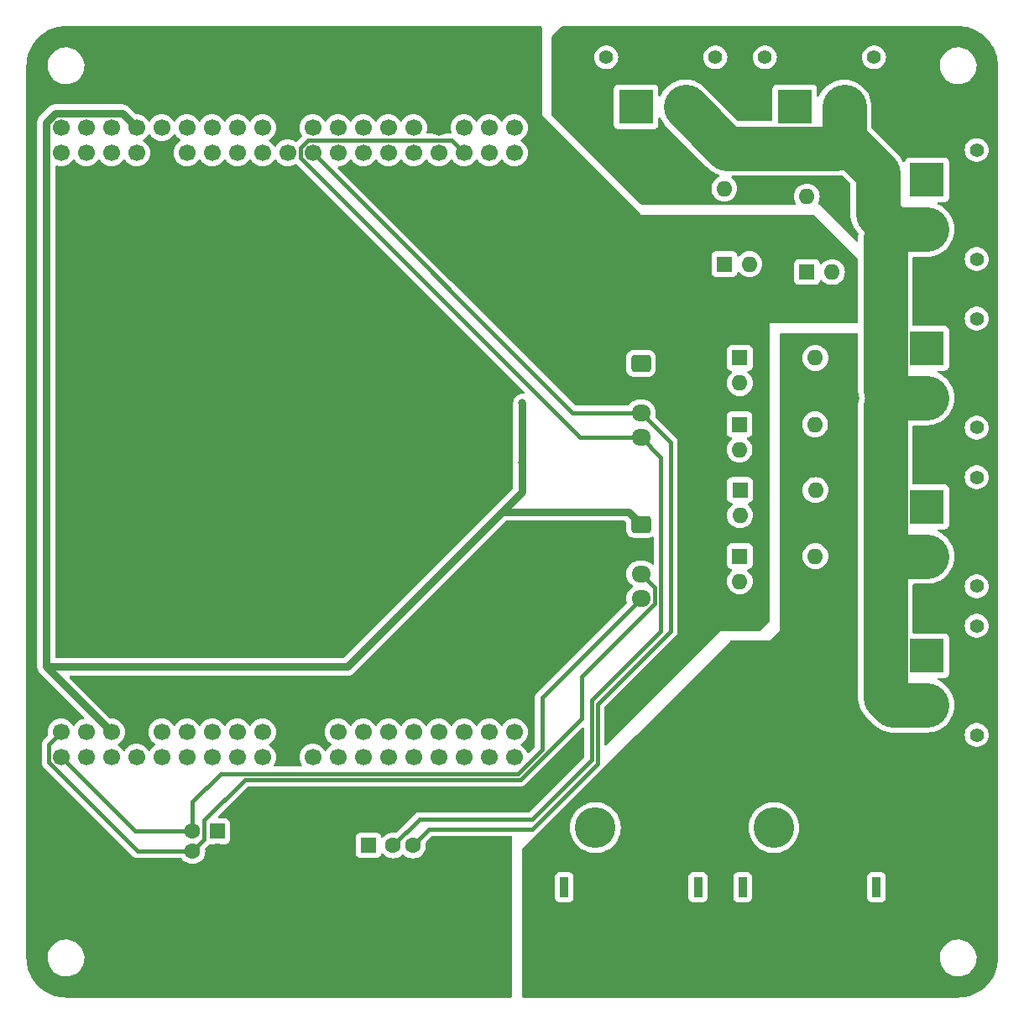
<source format=gbr>
%TF.GenerationSoftware,KiCad,Pcbnew,7.0.2*%
%TF.CreationDate,2024-05-02T17:55:25+09:00*%
%TF.ProjectId,DD_v6,44445f76-362e-46b6-9963-61645f706362,rev?*%
%TF.SameCoordinates,Original*%
%TF.FileFunction,Copper,L2,Bot*%
%TF.FilePolarity,Positive*%
%FSLAX46Y46*%
G04 Gerber Fmt 4.6, Leading zero omitted, Abs format (unit mm)*
G04 Created by KiCad (PCBNEW 7.0.2) date 2024-05-02 17:55:25*
%MOMM*%
%LPD*%
G01*
G04 APERTURE LIST*
G04 Aperture macros list*
%AMRoundRect*
0 Rectangle with rounded corners*
0 $1 Rounding radius*
0 $2 $3 $4 $5 $6 $7 $8 $9 X,Y pos of 4 corners*
0 Add a 4 corners polygon primitive as box body*
4,1,4,$2,$3,$4,$5,$6,$7,$8,$9,$2,$3,0*
0 Add four circle primitives for the rounded corners*
1,1,$1+$1,$2,$3*
1,1,$1+$1,$4,$5*
1,1,$1+$1,$6,$7*
1,1,$1+$1,$8,$9*
0 Add four rect primitives between the rounded corners*
20,1,$1+$1,$2,$3,$4,$5,0*
20,1,$1+$1,$4,$5,$6,$7,0*
20,1,$1+$1,$6,$7,$8,$9,0*
20,1,$1+$1,$8,$9,$2,$3,0*%
G04 Aperture macros list end*
%TA.AperFunction,ComponentPad*%
%ADD10C,1.400000*%
%TD*%
%TA.AperFunction,ComponentPad*%
%ADD11R,3.500000X3.500000*%
%TD*%
%TA.AperFunction,ComponentPad*%
%ADD12C,3.500000*%
%TD*%
%TA.AperFunction,ComponentPad*%
%ADD13R,1.600000X1.600000*%
%TD*%
%TA.AperFunction,ComponentPad*%
%ADD14O,1.600000X1.600000*%
%TD*%
%TA.AperFunction,ComponentPad*%
%ADD15C,1.600000*%
%TD*%
%TA.AperFunction,ComponentPad*%
%ADD16C,4.000000*%
%TD*%
%TA.AperFunction,ComponentPad*%
%ADD17R,1.600000X1.500000*%
%TD*%
%TA.AperFunction,ComponentPad*%
%ADD18C,3.000000*%
%TD*%
%TA.AperFunction,ComponentPad*%
%ADD19RoundRect,0.250000X-0.725000X0.600000X-0.725000X-0.600000X0.725000X-0.600000X0.725000X0.600000X0*%
%TD*%
%TA.AperFunction,ComponentPad*%
%ADD20O,1.950000X1.700000*%
%TD*%
%TA.AperFunction,ComponentPad*%
%ADD21R,0.900000X2.000000*%
%TD*%
%TA.AperFunction,ComponentPad*%
%ADD22RoundRect,1.025000X1.025000X1.025000X-1.025000X1.025000X-1.025000X-1.025000X1.025000X-1.025000X0*%
%TD*%
%TA.AperFunction,ComponentPad*%
%ADD23C,4.100000*%
%TD*%
%TA.AperFunction,ComponentPad*%
%ADD24C,1.700000*%
%TD*%
%TA.AperFunction,ViaPad*%
%ADD25C,0.800000*%
%TD*%
%TA.AperFunction,Conductor*%
%ADD26C,4.500000*%
%TD*%
%TA.AperFunction,Conductor*%
%ADD27C,0.800000*%
%TD*%
%TA.AperFunction,Conductor*%
%ADD28C,0.400000*%
%TD*%
G04 APERTURE END LIST*
D10*
%TO.P,J5,*%
%TO.N,*%
X172500000Y-71150000D03*
X183500000Y-71150000D03*
D11*
%TO.P,J5,1,Pin_1*%
%TO.N,Net-(D2-A)*%
X175500000Y-76150000D03*
D12*
%TO.P,J5,2,Pin_2*%
%TO.N,VCC*%
X180500000Y-76150000D03*
%TD*%
D10*
%TO.P,J1,*%
%TO.N,*%
X193850000Y-128500000D03*
X193850000Y-139500000D03*
D11*
%TO.P,J1,1,Pin_1*%
%TO.N,Net-(D6-A)*%
X188850000Y-131500000D03*
D12*
%TO.P,J1,2,Pin_2*%
%TO.N,VCC*%
X188850000Y-136500000D03*
%TD*%
D10*
%TO.P,J2,*%
%TO.N,*%
X193850000Y-113500000D03*
X193850000Y-124500000D03*
D11*
%TO.P,J2,1,Pin_1*%
%TO.N,Net-(D5-A)*%
X188850000Y-116500000D03*
D12*
%TO.P,J2,2,Pin_2*%
%TO.N,VCC*%
X188850000Y-121500000D03*
%TD*%
D13*
%TO.P,U2,1*%
%TO.N,B7*%
X169983834Y-114795863D03*
D14*
%TO.P,U2,2*%
%TO.N,Net-(R2-Pad1)*%
X169983834Y-117335863D03*
%TO.P,U2,3*%
%TO.N,GNDPWR*%
X177603834Y-117335863D03*
%TO.P,U2,4*%
%TO.N,Net-(D5-A)*%
X177603834Y-114795863D03*
%TD*%
D13*
%TO.P,U1,1*%
%TO.N,B6*%
X169958671Y-121468879D03*
D14*
%TO.P,U1,2*%
%TO.N,Net-(R1-Pad1)*%
X169958671Y-124008879D03*
%TO.P,U1,3*%
%TO.N,GNDPWR*%
X177578671Y-124008879D03*
%TO.P,U1,4*%
%TO.N,Net-(D6-A)*%
X177578671Y-121468879D03*
%TD*%
D13*
%TO.P,U5,1*%
%TO.N,C6*%
X176725000Y-92800000D03*
D14*
%TO.P,U5,2*%
%TO.N,Net-(R5-Pad1)*%
X179265000Y-92800000D03*
%TO.P,U5,3*%
%TO.N,GNDPWR*%
X179265000Y-85180000D03*
%TO.P,U5,4*%
%TO.N,Net-(D2-A)*%
X176725000Y-85180000D03*
%TD*%
D13*
%TO.P,J10,1,VBUS*%
%TO.N,+5V*%
X117250000Y-149212500D03*
D15*
%TO.P,J10,2,D-*%
%TO.N,C10*%
X114750000Y-149212500D03*
%TO.P,J10,3,D+*%
%TO.N,C11*%
X114750000Y-151212500D03*
%TO.P,J10,4,GND*%
%TO.N,GND*%
X117250000Y-151212500D03*
D16*
%TO.P,J10,5,Shield*%
X122000000Y-154072500D03*
X110000000Y-154072500D03*
%TD*%
D13*
%TO.P,U3,1*%
%TO.N,B8*%
X169936236Y-108178012D03*
D14*
%TO.P,U3,2*%
%TO.N,Net-(R3-Pad1)*%
X169936236Y-110718012D03*
%TO.P,U3,3*%
%TO.N,GNDPWR*%
X177556236Y-110718012D03*
%TO.P,U3,4*%
%TO.N,Net-(D4-A)*%
X177556236Y-108178012D03*
%TD*%
D10*
%TO.P,J4,*%
%TO.N,*%
X193850000Y-80500000D03*
X193850000Y-91500000D03*
D11*
%TO.P,J4,1,Pin_1*%
%TO.N,Net-(D3-A)*%
X188850000Y-83500000D03*
D12*
%TO.P,J4,2,Pin_2*%
%TO.N,VCC*%
X188850000Y-88500000D03*
%TD*%
D17*
%TO.P,J9,1,VBUS*%
%TO.N,+5V*%
X132500000Y-150640000D03*
D15*
%TO.P,J9,2,D-*%
%TO.N,A10*%
X135000000Y-150640000D03*
%TO.P,J9,3,D+*%
%TO.N,A9*%
X137000000Y-150640000D03*
%TO.P,J9,4,GND*%
%TO.N,GND*%
X139500000Y-150640000D03*
D18*
%TO.P,J9,5,Shield*%
X129430000Y-153350000D03*
X142570000Y-153350000D03*
%TD*%
D13*
%TO.P,U4,1*%
%TO.N,B9*%
X169958671Y-101468879D03*
D14*
%TO.P,U4,2*%
%TO.N,Net-(R4-Pad1)*%
X169958671Y-104008879D03*
%TO.P,U4,3*%
%TO.N,GNDPWR*%
X177578671Y-104008879D03*
%TO.P,U4,4*%
%TO.N,Net-(D3-A)*%
X177578671Y-101468879D03*
%TD*%
D19*
%TO.P,J12,1,Pin_1*%
%TO.N,+5V*%
X160000000Y-102000000D03*
D20*
%TO.P,J12,2,Pin_2*%
%TO.N,GND*%
X160000000Y-104500000D03*
%TO.P,J12,3,Pin_3*%
%TO.N,A9*%
X160000000Y-107000000D03*
%TO.P,J12,4,Pin_4*%
%TO.N,A10*%
X160000000Y-109500000D03*
%TD*%
D21*
%TO.P,XT60OUT1,*%
%TO.N,*%
X165750000Y-154850000D03*
X152250000Y-154850000D03*
D22*
%TO.P,XT60OUT1,1,Pin_1*%
%TO.N,GNDPWR*%
X162600000Y-148850000D03*
D23*
%TO.P,XT60OUT1,2,Pin_2*%
%TO.N,VCC*%
X155400000Y-148850000D03*
%TD*%
D13*
%TO.P,U6,1*%
%TO.N,C7*%
X168403099Y-92000000D03*
D14*
%TO.P,U6,2*%
%TO.N,Net-(R6-Pad1)*%
X170943099Y-92000000D03*
%TO.P,U6,3*%
%TO.N,GNDPWR*%
X170943099Y-84380000D03*
%TO.P,U6,4*%
%TO.N,Net-(D1-A)*%
X168403099Y-84380000D03*
%TD*%
D19*
%TO.P,J13,1,Pin_1*%
%TO.N,+5V*%
X160000000Y-118250000D03*
D20*
%TO.P,J13,2,Pin_2*%
%TO.N,GND*%
X160000000Y-120750000D03*
%TO.P,J13,3,Pin_3*%
%TO.N,C11*%
X160000000Y-123250000D03*
%TO.P,J13,4,Pin_4*%
%TO.N,C10*%
X160000000Y-125750000D03*
%TD*%
D10*
%TO.P,J3,*%
%TO.N,*%
X193850000Y-97500000D03*
X193850000Y-108500000D03*
D11*
%TO.P,J3,1,Pin_1*%
%TO.N,Net-(D4-A)*%
X188850000Y-100500000D03*
D12*
%TO.P,J3,2,Pin_2*%
%TO.N,VCC*%
X188850000Y-105500000D03*
%TD*%
D24*
%TO.P,U10,1,RESET*%
%TO.N,unconnected-(U10-RESET-Pad1)*%
X116740000Y-139210000D03*
%TO.P,U10,2,BOOT0*%
%TO.N,unconnected-(U10-BOOT0-Pad2)*%
X109120000Y-141750000D03*
%TO.P,U10,3,IOREF*%
%TO.N,unconnected-(U10-IOREF-Pad3)*%
X114200000Y-139210000D03*
%TO.P,U10,4,AVDD*%
%TO.N,unconnected-(U10-AVDD-Pad4)*%
X109120000Y-80790000D03*
%TO.P,U10,5,VDD*%
%TO.N,unconnected-(U10-VDD-Pad5)*%
X106580000Y-141750000D03*
%TO.P,U10,6,VBAT*%
%TO.N,unconnected-(U10-VBAT-Pad6)*%
X142140000Y-141750000D03*
%TO.P,U10,7,VIN*%
%TO.N,unconnected-(U10-VIN-Pad7)*%
X129440000Y-139210000D03*
%TO.P,U10,8,U5V*%
%TO.N,+5V*%
X109120000Y-78250000D03*
%TO.P,U10,9,E5V*%
X106580000Y-139210000D03*
%TO.P,U10,10,+5V*%
X121820000Y-139210000D03*
%TO.P,U10,11,+3V3*%
%TO.N,unconnected-(U10-+3V3-Pad11)*%
X119280000Y-139210000D03*
%TO.P,U10,12,PA0(TIM2_CH1/TIM5_CH1/UART4_TX)*%
%TO.N,A0*%
X134520000Y-139210000D03*
%TO.P,U10,13,PA1(TIM2_CH2/TIM5CH2/UART4_RX)*%
%TO.N,A1*%
X137060000Y-139210000D03*
%TO.P,U10,14,PA2(TIM2_CH3/TIM5_CH3/TIM9_CH1/USART2_TX)*%
%TO.N,A2*%
X144680000Y-80790000D03*
%TO.P,U10,15,PA3(TIM2_CH4/TIM5_CH4/TIM9_CH2/USART2_RX)*%
%TO.N,A3*%
X147220000Y-80790000D03*
%TO.P,U10,16,PA4*%
%TO.N,unconnected-(U10-PA4-Pad16)*%
X139600000Y-139210000D03*
%TO.P,U10,17,PA5(TIM2_CH1)*%
%TO.N,A5*%
X114200000Y-80790000D03*
%TO.P,U10,18,PA6(TIM3_CH1/TIM13_CH1)*%
%TO.N,A6*%
X116740000Y-80790000D03*
%TO.P,U10,19,PA7(TIM3_CH2/TIM14_CH1)*%
%TO.N,A7*%
X119280000Y-80790000D03*
%TO.P,U10,20,PA8(TIM1_CH1/12C3_SCL)*%
%TO.N,A8*%
X129440000Y-80790000D03*
%TO.P,U10,21,PA9(TIM1_CH2/USART1_TX)*%
%TO.N,A9*%
X126900000Y-80790000D03*
%TO.P,U10,22,PA10(TIM1_CH3/USART1_RX)*%
%TO.N,A10*%
X142140000Y-80790000D03*
%TO.P,U10,23,PA11(TIM1_CH4/CAN1_RX)*%
%TO.N,A11*%
X116740000Y-78250000D03*
%TO.P,U10,24,PA12(CAN1_TX)*%
%TO.N,unconnected-(U10-PA12(CAN1_TX)-Pad24)*%
X114200000Y-78250000D03*
%TO.P,U10,25,PA13(JTCK-SWDIO)*%
%TO.N,unconnected-(U10-PA13(JTCK-SWDIO)-Pad25)*%
X116740000Y-141750000D03*
%TO.P,U10,26,PA14(JTCK-SWCLK)*%
%TO.N,unconnected-(U10-PA14(JTCK-SWCLK)-Pad26)*%
X119280000Y-141750000D03*
%TO.P,U10,27,PA15(TIM2_CH1)*%
%TO.N,unconnected-(U10-PA15(TIM2_CH1)-Pad27)*%
X121820000Y-141750000D03*
%TO.P,U10,28,PD2(UART5_RX)*%
%TO.N,unconnected-(U10-PD2(UART5_RX)-Pad28)*%
X104040000Y-139210000D03*
%TO.P,U10,29,PH0*%
%TO.N,unconnected-(U10-PH0-Pad29)*%
X137060000Y-141750000D03*
%TO.P,U10,30,PH1*%
%TO.N,unconnected-(U10-PH1-Pad30)*%
X139600000Y-141750000D03*
%TO.P,U10,31,(TIM3_CH3)PB0*%
%TO.N,B0*%
X142140000Y-139210000D03*
%TO.P,U10,32,(TIM3_CH4)PB1*%
%TO.N,B1*%
X129440000Y-78250000D03*
%TO.P,U10,33,(TIM2_CH4)PB2*%
%TO.N,B2*%
X126900000Y-78250000D03*
%TO.P,U10,34,(TIM3_CH1/12C2_SDA)PB3*%
%TO.N,B3*%
X139600000Y-80790000D03*
%TO.P,U10,35,(TIM3_CH1/12C3_SDA)PB4*%
%TO.N,unconnected-(U10-(TIM3_CH1{slash}12C3_SDA)PB4-Pad35)*%
X134520000Y-80790000D03*
%TO.P,U10,36,(TIM3_CH2/CAN2_RX)PB5*%
%TO.N,unconnected-(U10-(TIM3_CH2{slash}CAN2_RX)PB5-Pad36)*%
X137060000Y-80790000D03*
%TO.P,U10,37,(TIM4_CH1/12C1_SCL/USART1_TX/CAN2_TX)PB6*%
%TO.N,B6*%
X121820000Y-80790000D03*
%TO.P,U10,38,(TIM4_CH2/12C1_SDA/USART1_RX)PB7*%
%TO.N,B7*%
X126900000Y-141750000D03*
%TO.P,U10,39,(TIM2_CH1/TIM4_CH3/TIM10_CH1/12C1_SCL/CAN1_RX)PB8*%
%TO.N,B8*%
X104040000Y-80790000D03*
%TO.P,U10,40,(TIM2_CH2/TIM4_CH4/TIM11_CH1/12C1_SDA/CAN1_TX)PB9*%
%TO.N,B9*%
X106580000Y-80790000D03*
%TO.P,U10,41,(TIM_2CH3/12C2_SCL/USART3_RX)PB10*%
%TO.N,unconnected-(U10-(TIM_2CH3{slash}12C2_SCL{slash}USART3_RX)PB10-Pad41)*%
X131980000Y-80790000D03*
%TO.P,U10,42,(CAN2_RX)PB12*%
%TO.N,unconnected-(U10-(CAN2_RX)PB12-Pad42)*%
X119280000Y-78250000D03*
%TO.P,U10,43,(CAN2_TX)PB13*%
%TO.N,unconnected-(U10-(CAN2_TX)PB13-Pad43)*%
X137060000Y-78250000D03*
%TO.P,U10,44,(TIM12_CH1)PB14*%
%TO.N,B14*%
X134520000Y-78250000D03*
%TO.P,U10,45,(TIM12_CH2)PB15*%
%TO.N,B15*%
X131980000Y-78250000D03*
%TO.P,U10,46,PC0(PB9)*%
%TO.N,Net-(U10-PC0(PB9))*%
X147220000Y-139210000D03*
%TO.P,U10,47,PC1(PB9)*%
%TO.N,Net-(U10-PC1(PB9))*%
X144680000Y-139210000D03*
%TO.P,U10,48,PC2*%
%TO.N,Net-(U10-PC2)*%
X144680000Y-141750000D03*
%TO.P,U10,49,PC3*%
%TO.N,Net-(U10-PC3)*%
X147220000Y-141750000D03*
%TO.P,U10,50,PC4*%
%TO.N,unconnected-(U10-PC4-Pad50)*%
X142140000Y-78250000D03*
%TO.P,U10,51,(USART3_RX)PC5*%
%TO.N,unconnected-(U10-(USART3_RX)PC5-Pad51)*%
X106580000Y-78250000D03*
%TO.P,U10,52,(TIM3_CH1/TIM8_CH1/USART6_TX)PC6*%
%TO.N,C6*%
X104040000Y-78250000D03*
%TO.P,U10,53,(TIM3_CH2/TIM8_CH2/USART6_RX)PC7*%
%TO.N,C7*%
X124360000Y-80790000D03*
%TO.P,U10,54,(TIM3_CH3/TIM8_CH3)PC8*%
%TO.N,C8*%
X101500000Y-78250000D03*
%TO.P,U10,55,(TIM3_CH4/TIM8_CH4/12C3_SDA)PC9*%
%TO.N,C9*%
X101500000Y-80790000D03*
%TO.P,U10,56,(USART3_TX/UART4_TX)PC10*%
%TO.N,C10*%
X101500000Y-141750000D03*
%TO.P,U10,57,(USART3_RX/UART4_RX)PC11*%
%TO.N,C11*%
X101500000Y-139210000D03*
%TO.P,U10,58,(12C2_SDA/UART5_TX)PC12*%
%TO.N,unconnected-(U10-(12C2_SDA{slash}UART5_TX)PC12-Pad58)*%
X104040000Y-141750000D03*
%TO.P,U10,59,PC13*%
%TO.N,unconnected-(U10-PC13-Pad59)*%
X129440000Y-141750000D03*
%TO.P,U10,60,PC14*%
%TO.N,unconnected-(U10-PC14-Pad60)*%
X131980000Y-141750000D03*
%TO.P,U10,61,PC15*%
%TO.N,unconnected-(U10-PC15-Pad61)*%
X134520000Y-141750000D03*
%TO.P,U10,62,GND*%
%TO.N,GND*%
X124360000Y-141750000D03*
X109120000Y-139210000D03*
X124360000Y-139210000D03*
X126900000Y-139210000D03*
X111660000Y-80790000D03*
X124360000Y-78250000D03*
X139600000Y-78250000D03*
%TO.P,U10,63*%
%TO.N,N/C*%
X114200000Y-141750000D03*
%TO.P,U10,64*%
X111660000Y-139210000D03*
%TO.P,U10,65*%
X111660000Y-141750000D03*
%TO.P,U10,66*%
X131980000Y-139210000D03*
%TO.P,U10,67*%
X111660000Y-78250000D03*
%TO.P,U10,68*%
X121820000Y-78250000D03*
%TO.P,U10,69*%
X144680000Y-78250000D03*
%TO.P,U10,70*%
X147220000Y-78250000D03*
%TD*%
D10*
%TO.P,J6,*%
%TO.N,*%
X156500000Y-71150000D03*
X167500000Y-71150000D03*
D11*
%TO.P,J6,1,Pin_1*%
%TO.N,Net-(D1-A)*%
X159500000Y-76150000D03*
D12*
%TO.P,J6,2,Pin_2*%
%TO.N,VCC*%
X164500000Y-76150000D03*
%TD*%
D21*
%TO.P,XT60IN1,*%
%TO.N,*%
X183750000Y-154850000D03*
X170250000Y-154850000D03*
D22*
%TO.P,XT60IN1,1,Pin_1*%
%TO.N,GNDPWR*%
X180600000Y-148850000D03*
D23*
%TO.P,XT60IN1,2,Pin_2*%
%TO.N,VCC*%
X173400000Y-148850000D03*
%TD*%
D25*
%TO.N,GNDPWR*%
X186000000Y-142000000D03*
X178000000Y-129000000D03*
X183000000Y-142000000D03*
X180000000Y-119000000D03*
X175000000Y-139000000D03*
X175000000Y-142000000D03*
X183000000Y-145000000D03*
X175000000Y-132000000D03*
X172000000Y-132000000D03*
X186000000Y-145000000D03*
X181000000Y-113000000D03*
X172000000Y-139000000D03*
X186000000Y-148000000D03*
X175000000Y-129000000D03*
X172000000Y-142000000D03*
X178000000Y-126000000D03*
X175000000Y-145000000D03*
X178000000Y-132000000D03*
%TO.N,GND*%
X150000000Y-125000000D03*
X145000000Y-87000000D03*
X141000000Y-128000000D03*
X124000000Y-92000000D03*
X153000000Y-125000000D03*
X136000000Y-98000000D03*
X138000000Y-131000000D03*
X118000000Y-86000000D03*
X128000000Y-135000000D03*
X139000000Y-87000000D03*
X127000000Y-95000000D03*
X121000000Y-89000000D03*
X136000000Y-95000000D03*
X168000000Y-127000000D03*
X118000000Y-83000000D03*
X153000000Y-119000000D03*
X141000000Y-131000000D03*
X124000000Y-95000000D03*
X153000000Y-122000000D03*
X124000000Y-89000000D03*
X136000000Y-84000000D03*
X135000000Y-134000000D03*
X115000000Y-137000000D03*
X135000000Y-137000000D03*
X141000000Y-134000000D03*
X142000000Y-87000000D03*
X165000000Y-127000000D03*
X127000000Y-137000000D03*
X132000000Y-137000000D03*
X133000000Y-98000000D03*
X171000000Y-127000000D03*
X153000000Y-128000000D03*
X138000000Y-137000000D03*
X150000000Y-128000000D03*
X121000000Y-86000000D03*
X142000000Y-84000000D03*
X147000000Y-122000000D03*
X139000000Y-84000000D03*
X144000000Y-125000000D03*
X133000000Y-95000000D03*
X147000000Y-125000000D03*
X138000000Y-134000000D03*
X130000000Y-95000000D03*
X141000000Y-137000000D03*
X150000000Y-119000000D03*
X142000000Y-90000000D03*
X125000000Y-137000000D03*
X145000000Y-90000000D03*
X145000000Y-84000000D03*
X130000000Y-98000000D03*
X110000000Y-137000000D03*
X127000000Y-92000000D03*
X150000000Y-122000000D03*
%TO.N,+5V*%
X148000000Y-112000000D03*
X148000000Y-106000000D03*
%TD*%
D26*
%TO.N,VCC*%
X183881795Y-82782137D02*
X180649658Y-79550000D01*
X180649658Y-79550000D02*
X180500000Y-79550000D01*
X184650000Y-106300000D02*
X185450000Y-105500000D01*
X188850000Y-88500000D02*
X185450000Y-88500000D01*
X183881795Y-86931795D02*
X183881795Y-82782137D01*
X180500000Y-79550000D02*
X180500000Y-76150000D01*
X164500000Y-76150000D02*
X168700000Y-80350000D01*
X185450000Y-105500000D02*
X184650000Y-104700000D01*
X184650000Y-120700000D02*
X184650000Y-135700000D01*
X179700000Y-80350000D02*
X180500000Y-79550000D01*
X188850000Y-121500000D02*
X185450000Y-121500000D01*
X168700000Y-80350000D02*
X179700000Y-80350000D01*
X184650000Y-120700000D02*
X184650000Y-106300000D01*
X188850000Y-105500000D02*
X185450000Y-105500000D01*
X184650000Y-89300000D02*
X185450000Y-88500000D01*
X185450000Y-136500000D02*
X188850000Y-136500000D01*
X185450000Y-121500000D02*
X184650000Y-120700000D01*
X185450000Y-88500000D02*
X183881795Y-86931795D01*
X184650000Y-135700000D02*
X185450000Y-136500000D01*
X184650000Y-104700000D02*
X184650000Y-89300000D01*
D27*
%TO.N,+5V*%
X109120000Y-78250000D02*
X107670000Y-76800000D01*
X148000000Y-115000000D02*
X148000000Y-106000000D01*
X146000000Y-117000000D02*
X148000000Y-115000000D01*
X100899390Y-76800000D02*
X100000000Y-77699390D01*
X116630000Y-132630000D02*
X130370000Y-132630000D01*
X100000000Y-77699390D02*
X100000000Y-132630000D01*
X146000000Y-117000000D02*
X158750000Y-117000000D01*
X158750000Y-117000000D02*
X160000000Y-118250000D01*
X130370000Y-132630000D02*
X146000000Y-117000000D01*
X107670000Y-76800000D02*
X100899390Y-76800000D01*
X100000000Y-132630000D02*
X116630000Y-132630000D01*
X100000000Y-132630000D02*
X106580000Y-139210000D01*
D28*
%TO.N,A10*%
X140890000Y-79540000D02*
X142140000Y-80790000D01*
X160000000Y-109500000D02*
X153842233Y-109500000D01*
X155000000Y-136000000D02*
X162000000Y-129000000D01*
X137640000Y-148000000D02*
X149000000Y-148000000D01*
X135000000Y-150640000D02*
X137640000Y-148000000D01*
X153842233Y-109500000D02*
X125650000Y-81307767D01*
X125650000Y-81307767D02*
X125650000Y-80272233D01*
X125650000Y-80272233D02*
X126382233Y-79540000D01*
X162000000Y-129000000D02*
X162000000Y-111500000D01*
X149000000Y-148000000D02*
X155000000Y-142000000D01*
X126382233Y-79540000D02*
X140890000Y-79540000D01*
X162000000Y-111500000D02*
X160000000Y-109500000D01*
X155000000Y-142000000D02*
X155000000Y-136000000D01*
%TO.N,A9*%
X160000000Y-107000000D02*
X153110000Y-107000000D01*
X163000000Y-129000000D02*
X163000000Y-110000000D01*
X155600000Y-136400000D02*
X163000000Y-129000000D01*
X137000000Y-150640000D02*
X138640000Y-149000000D01*
X149000000Y-149000000D02*
X155600000Y-142400000D01*
X138640000Y-149000000D02*
X149000000Y-149000000D01*
X155600000Y-142400000D02*
X155600000Y-136400000D01*
X163000000Y-110000000D02*
X160000000Y-107000000D01*
X153110000Y-107000000D02*
X126900000Y-80790000D01*
%TO.N,C10*%
X147607500Y-143392500D02*
X150000000Y-141000000D01*
X117607500Y-143392500D02*
X147607500Y-143392500D01*
X150000000Y-135750000D02*
X160000000Y-125750000D01*
X150000000Y-141000000D02*
X150000000Y-135750000D01*
X108962500Y-149212500D02*
X101500000Y-141750000D01*
X114750000Y-149212500D02*
X108962500Y-149212500D01*
X114750000Y-146250000D02*
X117607500Y-143392500D01*
X114750000Y-149212500D02*
X114750000Y-146250000D01*
%TO.N,C11*%
X154000000Y-137848528D02*
X154000000Y-133642767D01*
X120070000Y-143992500D02*
X147856028Y-143992500D01*
X109194733Y-151212500D02*
X100250000Y-142267767D01*
X115950000Y-150012500D02*
X115950000Y-148112500D01*
X161375000Y-126267767D02*
X161375000Y-124625000D01*
X147856028Y-143992500D02*
X154000000Y-137848528D01*
X115950000Y-148112500D02*
X120070000Y-143992500D01*
X100250000Y-140460000D02*
X101500000Y-139210000D01*
X114750000Y-151212500D02*
X115950000Y-150012500D01*
X161375000Y-124625000D02*
X160000000Y-123250000D01*
X100250000Y-142267767D02*
X100250000Y-140460000D01*
X114750000Y-151212500D02*
X109194733Y-151212500D01*
X154000000Y-133642767D02*
X161375000Y-126267767D01*
%TD*%
%TA.AperFunction,Conductor*%
%TO.N,GNDPWR*%
G36*
X192002855Y-68000632D02*
G01*
X192172951Y-68008495D01*
X192369795Y-68018166D01*
X192380787Y-68019201D01*
X192563357Y-68044668D01*
X192747242Y-68071946D01*
X192757422Y-68073894D01*
X192939341Y-68116681D01*
X193117878Y-68161402D01*
X193127095Y-68164097D01*
X193304478Y-68223550D01*
X193306618Y-68224292D01*
X193478220Y-68285692D01*
X193486519Y-68289004D01*
X193657980Y-68364712D01*
X193660909Y-68366051D01*
X193747263Y-68406892D01*
X193825119Y-68443715D01*
X193832411Y-68447465D01*
X193929135Y-68501341D01*
X193996435Y-68538827D01*
X193999810Y-68540777D01*
X194155371Y-68634017D01*
X194161670Y-68638058D01*
X194316699Y-68744256D01*
X194320459Y-68746935D01*
X194466009Y-68854882D01*
X194471305Y-68859040D01*
X194616009Y-68979200D01*
X194619947Y-68982617D01*
X194754206Y-69104303D01*
X194758590Y-69108478D01*
X194891520Y-69241408D01*
X194895698Y-69245795D01*
X195017375Y-69380045D01*
X195020805Y-69383998D01*
X195140951Y-69528684D01*
X195145124Y-69534000D01*
X195253041Y-69679509D01*
X195255742Y-69683299D01*
X195361940Y-69838328D01*
X195365999Y-69844656D01*
X195459200Y-70000153D01*
X195461171Y-70003563D01*
X195552525Y-70167573D01*
X195556291Y-70174896D01*
X195633947Y-70339089D01*
X195635286Y-70342018D01*
X195710994Y-70513479D01*
X195714311Y-70521791D01*
X195775666Y-70693265D01*
X195776487Y-70695634D01*
X195835894Y-70872881D01*
X195838606Y-70882157D01*
X195883317Y-71060653D01*
X195926102Y-71242567D01*
X195928052Y-71252753D01*
X195955337Y-71436689D01*
X195980794Y-71619186D01*
X195981834Y-71630230D01*
X195991512Y-71827238D01*
X195999368Y-71997144D01*
X195999500Y-72002871D01*
X195999500Y-161997127D01*
X195999368Y-162002854D01*
X195991512Y-162172761D01*
X195981834Y-162369767D01*
X195980794Y-162380813D01*
X195955337Y-162563309D01*
X195928052Y-162747242D01*
X195926101Y-162757433D01*
X195883317Y-162939344D01*
X195838605Y-163117845D01*
X195835895Y-163127113D01*
X195776487Y-163304364D01*
X195775666Y-163306733D01*
X195714311Y-163478207D01*
X195710994Y-163486519D01*
X195635286Y-163657980D01*
X195633947Y-163660909D01*
X195556291Y-163825102D01*
X195552525Y-163832425D01*
X195461171Y-163996435D01*
X195459200Y-163999845D01*
X195365999Y-164155342D01*
X195361940Y-164161670D01*
X195255742Y-164316699D01*
X195253041Y-164320489D01*
X195145135Y-164465984D01*
X195140935Y-164471334D01*
X195020851Y-164615947D01*
X195017331Y-164620004D01*
X194895717Y-164754183D01*
X194891520Y-164758590D01*
X194758590Y-164891520D01*
X194754183Y-164895717D01*
X194620004Y-165017331D01*
X194615947Y-165020851D01*
X194471334Y-165140935D01*
X194465984Y-165145135D01*
X194320489Y-165253041D01*
X194316699Y-165255742D01*
X194161670Y-165361940D01*
X194155342Y-165365999D01*
X193999845Y-165459200D01*
X193996435Y-165461171D01*
X193832425Y-165552525D01*
X193825102Y-165556291D01*
X193660909Y-165633947D01*
X193657980Y-165635286D01*
X193486519Y-165710994D01*
X193478207Y-165714311D01*
X193306733Y-165775666D01*
X193304364Y-165776487D01*
X193127117Y-165835894D01*
X193117841Y-165838606D01*
X192939346Y-165883317D01*
X192757431Y-165926102D01*
X192747245Y-165928052D01*
X192563310Y-165955337D01*
X192380812Y-165980794D01*
X192369768Y-165981834D01*
X192172761Y-165991512D01*
X192002855Y-165999368D01*
X191997128Y-165999500D01*
X148124000Y-165999500D01*
X148056961Y-165979815D01*
X148011206Y-165927011D01*
X148000000Y-165875500D01*
X148000000Y-162067764D01*
X190145787Y-162067764D01*
X190175413Y-162337016D01*
X190209998Y-162469304D01*
X190243928Y-162599088D01*
X190349870Y-162848390D01*
X190349871Y-162848392D01*
X190490982Y-163079611D01*
X190580253Y-163186881D01*
X190664255Y-163287820D01*
X190865998Y-163468582D01*
X191091910Y-163618044D01*
X191177101Y-163657980D01*
X191337177Y-163733021D01*
X191596562Y-163811058D01*
X191596569Y-163811060D01*
X191864561Y-163850500D01*
X191864564Y-163850500D01*
X192065369Y-163850500D01*
X192067631Y-163850500D01*
X192270156Y-163835677D01*
X192534553Y-163776780D01*
X192787558Y-163680014D01*
X193023777Y-163547441D01*
X193238177Y-163381888D01*
X193426186Y-163186881D01*
X193583799Y-162966579D01*
X193707656Y-162725675D01*
X193795118Y-162469305D01*
X193844319Y-162202933D01*
X193854212Y-161932235D01*
X193824586Y-161662982D01*
X193756072Y-161400912D01*
X193650130Y-161151610D01*
X193509018Y-160920390D01*
X193509017Y-160920388D01*
X193335746Y-160712181D01*
X193230759Y-160618112D01*
X193134002Y-160531418D01*
X192908090Y-160381956D01*
X192908086Y-160381954D01*
X192662822Y-160266978D01*
X192403437Y-160188941D01*
X192403431Y-160188940D01*
X192135439Y-160149500D01*
X191932369Y-160149500D01*
X191930120Y-160149664D01*
X191930109Y-160149665D01*
X191729843Y-160164322D01*
X191465449Y-160223219D01*
X191212441Y-160319986D01*
X190976223Y-160452559D01*
X190761825Y-160618109D01*
X190573813Y-160813120D01*
X190416201Y-161033420D01*
X190292342Y-161274329D01*
X190204881Y-161530695D01*
X190155680Y-161797066D01*
X190145787Y-162067764D01*
X148000000Y-162067764D01*
X148000000Y-155894578D01*
X151299500Y-155894578D01*
X151299501Y-155897872D01*
X151305909Y-155957483D01*
X151356204Y-156092331D01*
X151442454Y-156207546D01*
X151557669Y-156293796D01*
X151692517Y-156344091D01*
X151752127Y-156350500D01*
X152747872Y-156350499D01*
X152807483Y-156344091D01*
X152942331Y-156293796D01*
X153057546Y-156207546D01*
X153143796Y-156092331D01*
X153194091Y-155957483D01*
X153200500Y-155897873D01*
X153200500Y-155894578D01*
X164799500Y-155894578D01*
X164799501Y-155897872D01*
X164805909Y-155957483D01*
X164856204Y-156092331D01*
X164942454Y-156207546D01*
X165057669Y-156293796D01*
X165192517Y-156344091D01*
X165252127Y-156350500D01*
X166247872Y-156350499D01*
X166307483Y-156344091D01*
X166442331Y-156293796D01*
X166557546Y-156207546D01*
X166643796Y-156092331D01*
X166694091Y-155957483D01*
X166700500Y-155897873D01*
X166700500Y-155894578D01*
X169299500Y-155894578D01*
X169299501Y-155897872D01*
X169305909Y-155957483D01*
X169356204Y-156092331D01*
X169442454Y-156207546D01*
X169557669Y-156293796D01*
X169692517Y-156344091D01*
X169752127Y-156350500D01*
X170747872Y-156350499D01*
X170807483Y-156344091D01*
X170942331Y-156293796D01*
X171057546Y-156207546D01*
X171143796Y-156092331D01*
X171194091Y-155957483D01*
X171200500Y-155897873D01*
X171200500Y-155894578D01*
X182799500Y-155894578D01*
X182799501Y-155897872D01*
X182805909Y-155957483D01*
X182856204Y-156092331D01*
X182942454Y-156207546D01*
X183057669Y-156293796D01*
X183192517Y-156344091D01*
X183252127Y-156350500D01*
X184247872Y-156350499D01*
X184307483Y-156344091D01*
X184442331Y-156293796D01*
X184557546Y-156207546D01*
X184643796Y-156092331D01*
X184694091Y-155957483D01*
X184700500Y-155897873D01*
X184700499Y-153802128D01*
X184694091Y-153742517D01*
X184643796Y-153607669D01*
X184557546Y-153492454D01*
X184442331Y-153406204D01*
X184307483Y-153355909D01*
X184247873Y-153349500D01*
X184244550Y-153349500D01*
X183255439Y-153349500D01*
X183255420Y-153349500D01*
X183252128Y-153349501D01*
X183248848Y-153349853D01*
X183248840Y-153349854D01*
X183192515Y-153355909D01*
X183057669Y-153406204D01*
X182942454Y-153492454D01*
X182856204Y-153607668D01*
X182805910Y-153742515D01*
X182805909Y-153742517D01*
X182799500Y-153802127D01*
X182799500Y-153805448D01*
X182799500Y-153805449D01*
X182799500Y-155894560D01*
X182799500Y-155894578D01*
X171200500Y-155894578D01*
X171200499Y-153802128D01*
X171194091Y-153742517D01*
X171143796Y-153607669D01*
X171057546Y-153492454D01*
X170942331Y-153406204D01*
X170807483Y-153355909D01*
X170747873Y-153349500D01*
X170744550Y-153349500D01*
X169755439Y-153349500D01*
X169755420Y-153349500D01*
X169752128Y-153349501D01*
X169748848Y-153349853D01*
X169748840Y-153349854D01*
X169692515Y-153355909D01*
X169557669Y-153406204D01*
X169442454Y-153492454D01*
X169356204Y-153607668D01*
X169305910Y-153742515D01*
X169305909Y-153742517D01*
X169299500Y-153802127D01*
X169299500Y-153805448D01*
X169299500Y-153805449D01*
X169299500Y-155894560D01*
X169299500Y-155894578D01*
X166700500Y-155894578D01*
X166700499Y-153802128D01*
X166694091Y-153742517D01*
X166643796Y-153607669D01*
X166557546Y-153492454D01*
X166442331Y-153406204D01*
X166307483Y-153355909D01*
X166247873Y-153349500D01*
X166244550Y-153349500D01*
X165255439Y-153349500D01*
X165255420Y-153349500D01*
X165252128Y-153349501D01*
X165248848Y-153349853D01*
X165248840Y-153349854D01*
X165192515Y-153355909D01*
X165057669Y-153406204D01*
X164942454Y-153492454D01*
X164856204Y-153607668D01*
X164805910Y-153742515D01*
X164805909Y-153742517D01*
X164799500Y-153802127D01*
X164799500Y-153805448D01*
X164799500Y-153805449D01*
X164799500Y-155894560D01*
X164799500Y-155894578D01*
X153200500Y-155894578D01*
X153200499Y-153802128D01*
X153194091Y-153742517D01*
X153143796Y-153607669D01*
X153057546Y-153492454D01*
X152942331Y-153406204D01*
X152807483Y-153355909D01*
X152747873Y-153349500D01*
X152744550Y-153349500D01*
X151755439Y-153349500D01*
X151755420Y-153349500D01*
X151752128Y-153349501D01*
X151748848Y-153349853D01*
X151748840Y-153349854D01*
X151692515Y-153355909D01*
X151557669Y-153406204D01*
X151442454Y-153492454D01*
X151356204Y-153607668D01*
X151305910Y-153742515D01*
X151305909Y-153742517D01*
X151299500Y-153802127D01*
X151299500Y-153805448D01*
X151299500Y-153805449D01*
X151299500Y-155894560D01*
X151299500Y-155894578D01*
X148000000Y-155894578D01*
X148000000Y-151051362D01*
X148019685Y-150984323D01*
X148036319Y-150963681D01*
X150150000Y-148850000D01*
X152844457Y-148850000D01*
X152864608Y-149170294D01*
X152865335Y-149174106D01*
X152865337Y-149174120D01*
X152908589Y-149400852D01*
X152924744Y-149485538D01*
X152925947Y-149489241D01*
X152925949Y-149489248D01*
X152992100Y-149692839D01*
X153023916Y-149790758D01*
X153160561Y-150081142D01*
X153332522Y-150352110D01*
X153537089Y-150599390D01*
X153539928Y-150602056D01*
X153539930Y-150602058D01*
X153768193Y-150816411D01*
X153768199Y-150816416D01*
X153771036Y-150819080D01*
X154030672Y-151007716D01*
X154311903Y-151162324D01*
X154610294Y-151280466D01*
X154921139Y-151360277D01*
X155239536Y-151400500D01*
X155243431Y-151400500D01*
X155556569Y-151400500D01*
X155560464Y-151400500D01*
X155878861Y-151360277D01*
X156189706Y-151280466D01*
X156488097Y-151162324D01*
X156769328Y-151007716D01*
X157028964Y-150819080D01*
X157262911Y-150599390D01*
X157467478Y-150352110D01*
X157639439Y-150081142D01*
X157776084Y-149790758D01*
X157875256Y-149485538D01*
X157935392Y-149170294D01*
X157955543Y-148850000D01*
X170844457Y-148850000D01*
X170864608Y-149170294D01*
X170865335Y-149174106D01*
X170865337Y-149174120D01*
X170908589Y-149400852D01*
X170924744Y-149485538D01*
X170925947Y-149489241D01*
X170925949Y-149489248D01*
X170992100Y-149692839D01*
X171023916Y-149790758D01*
X171160561Y-150081142D01*
X171332522Y-150352110D01*
X171537089Y-150599390D01*
X171539928Y-150602056D01*
X171539930Y-150602058D01*
X171768193Y-150816411D01*
X171768199Y-150816416D01*
X171771036Y-150819080D01*
X172030672Y-151007716D01*
X172311903Y-151162324D01*
X172610294Y-151280466D01*
X172921139Y-151360277D01*
X173239536Y-151400500D01*
X173243431Y-151400500D01*
X173556569Y-151400500D01*
X173560464Y-151400500D01*
X173878861Y-151360277D01*
X174189706Y-151280466D01*
X174488097Y-151162324D01*
X174769328Y-151007716D01*
X175028964Y-150819080D01*
X175262911Y-150599390D01*
X175467478Y-150352110D01*
X175639439Y-150081142D01*
X175776084Y-149790758D01*
X175875256Y-149485538D01*
X175935392Y-149170294D01*
X175955543Y-148850000D01*
X175935392Y-148529706D01*
X175875256Y-148214462D01*
X175776084Y-147909242D01*
X175639439Y-147618858D01*
X175467478Y-147347890D01*
X175262911Y-147100610D01*
X175260069Y-147097941D01*
X175031806Y-146883588D01*
X175031798Y-146883582D01*
X175028964Y-146880920D01*
X174769328Y-146692284D01*
X174488097Y-146537676D01*
X174484475Y-146536242D01*
X174484471Y-146536240D01*
X174193331Y-146420969D01*
X174193327Y-146420967D01*
X174189706Y-146419534D01*
X174185932Y-146418565D01*
X174185926Y-146418563D01*
X173882634Y-146340691D01*
X173882622Y-146340688D01*
X173878861Y-146339723D01*
X173875010Y-146339236D01*
X173874997Y-146339234D01*
X173564329Y-146299988D01*
X173564324Y-146299987D01*
X173560464Y-146299500D01*
X173239536Y-146299500D01*
X173235676Y-146299987D01*
X173235670Y-146299988D01*
X172925002Y-146339234D01*
X172924986Y-146339236D01*
X172921139Y-146339723D01*
X172917380Y-146340688D01*
X172917365Y-146340691D01*
X172614073Y-146418563D01*
X172614062Y-146418566D01*
X172610294Y-146419534D01*
X172606677Y-146420966D01*
X172606668Y-146420969D01*
X172315528Y-146536240D01*
X172315517Y-146536244D01*
X172311903Y-146537676D01*
X172308491Y-146539551D01*
X172308484Y-146539555D01*
X172034098Y-146690400D01*
X172034091Y-146690404D01*
X172030672Y-146692284D01*
X172027516Y-146694576D01*
X172027508Y-146694582D01*
X171774192Y-146878626D01*
X171774181Y-146878634D01*
X171771036Y-146880920D01*
X171768208Y-146883575D01*
X171768193Y-146883588D01*
X171539930Y-147097941D01*
X171539920Y-147097950D01*
X171537089Y-147100610D01*
X171534610Y-147103606D01*
X171534603Y-147103614D01*
X171335003Y-147344890D01*
X171334997Y-147344898D01*
X171332522Y-147347890D01*
X171330441Y-147351168D01*
X171330436Y-147351176D01*
X171162646Y-147615571D01*
X171162639Y-147615582D01*
X171160561Y-147618858D01*
X171158907Y-147622372D01*
X171158902Y-147622382D01*
X171025575Y-147905715D01*
X171025571Y-147905724D01*
X171023916Y-147909242D01*
X171022714Y-147912938D01*
X171022712Y-147912946D01*
X170925949Y-148210751D01*
X170925946Y-148210762D01*
X170924744Y-148214462D01*
X170924015Y-148218282D01*
X170924013Y-148218291D01*
X170865337Y-148525879D01*
X170865334Y-148525895D01*
X170864608Y-148529706D01*
X170844457Y-148850000D01*
X157955543Y-148850000D01*
X157935392Y-148529706D01*
X157875256Y-148214462D01*
X157776084Y-147909242D01*
X157639439Y-147618858D01*
X157467478Y-147347890D01*
X157262911Y-147100610D01*
X157260069Y-147097941D01*
X157031806Y-146883588D01*
X157031798Y-146883582D01*
X157028964Y-146880920D01*
X156769328Y-146692284D01*
X156488097Y-146537676D01*
X156484475Y-146536242D01*
X156484471Y-146536240D01*
X156193331Y-146420969D01*
X156193327Y-146420967D01*
X156189706Y-146419534D01*
X156185932Y-146418565D01*
X156185926Y-146418563D01*
X155882634Y-146340691D01*
X155882622Y-146340688D01*
X155878861Y-146339723D01*
X155875010Y-146339236D01*
X155874997Y-146339234D01*
X155564329Y-146299988D01*
X155564324Y-146299987D01*
X155560464Y-146299500D01*
X155239536Y-146299500D01*
X155235676Y-146299987D01*
X155235670Y-146299988D01*
X154925002Y-146339234D01*
X154924986Y-146339236D01*
X154921139Y-146339723D01*
X154917380Y-146340688D01*
X154917365Y-146340691D01*
X154614073Y-146418563D01*
X154614062Y-146418566D01*
X154610294Y-146419534D01*
X154606677Y-146420966D01*
X154606668Y-146420969D01*
X154315528Y-146536240D01*
X154315517Y-146536244D01*
X154311903Y-146537676D01*
X154308491Y-146539551D01*
X154308484Y-146539555D01*
X154034098Y-146690400D01*
X154034091Y-146690404D01*
X154030672Y-146692284D01*
X154027516Y-146694576D01*
X154027508Y-146694582D01*
X153774192Y-146878626D01*
X153774181Y-146878634D01*
X153771036Y-146880920D01*
X153768208Y-146883575D01*
X153768193Y-146883588D01*
X153539930Y-147097941D01*
X153539920Y-147097950D01*
X153537089Y-147100610D01*
X153534610Y-147103606D01*
X153534603Y-147103614D01*
X153335003Y-147344890D01*
X153334997Y-147344898D01*
X153332522Y-147347890D01*
X153330441Y-147351168D01*
X153330436Y-147351176D01*
X153162646Y-147615571D01*
X153162639Y-147615582D01*
X153160561Y-147618858D01*
X153158907Y-147622372D01*
X153158902Y-147622382D01*
X153025575Y-147905715D01*
X153025571Y-147905724D01*
X153023916Y-147909242D01*
X153022714Y-147912938D01*
X153022712Y-147912946D01*
X152925949Y-148210751D01*
X152925946Y-148210762D01*
X152924744Y-148214462D01*
X152924015Y-148218282D01*
X152924013Y-148218291D01*
X152865337Y-148525879D01*
X152865334Y-148525895D01*
X152864608Y-148529706D01*
X152844457Y-148850000D01*
X150150000Y-148850000D01*
X159500001Y-139499999D01*
X192644357Y-139499999D01*
X192664885Y-139721537D01*
X192725769Y-139935526D01*
X192824941Y-140134688D01*
X192959019Y-140312237D01*
X193123437Y-140462124D01*
X193312595Y-140579245D01*
X193312597Y-140579245D01*
X193312599Y-140579247D01*
X193520060Y-140659618D01*
X193738757Y-140700500D01*
X193738759Y-140700500D01*
X193961241Y-140700500D01*
X193961243Y-140700500D01*
X194179940Y-140659618D01*
X194387401Y-140579247D01*
X194576562Y-140462124D01*
X194740981Y-140312236D01*
X194875058Y-140134689D01*
X194974229Y-139935528D01*
X195035115Y-139721536D01*
X195055643Y-139500000D01*
X195035115Y-139278464D01*
X195012227Y-139198021D01*
X194974230Y-139064473D01*
X194875058Y-138865311D01*
X194740980Y-138687762D01*
X194576562Y-138537875D01*
X194387404Y-138420754D01*
X194326174Y-138397033D01*
X194179940Y-138340382D01*
X193961243Y-138299500D01*
X193738757Y-138299500D01*
X193529598Y-138338599D01*
X193520060Y-138340382D01*
X193312595Y-138420754D01*
X193123437Y-138537875D01*
X192959019Y-138687762D01*
X192824941Y-138865311D01*
X192725769Y-139064473D01*
X192664885Y-139278462D01*
X192644357Y-139499999D01*
X159500001Y-139499999D01*
X168963681Y-130036319D01*
X169025004Y-130002834D01*
X169051362Y-130000000D01*
X173000000Y-130000000D01*
X174000000Y-129000000D01*
X174000000Y-121468879D01*
X176273202Y-121468879D01*
X176293035Y-121695568D01*
X176351932Y-121915376D01*
X176448103Y-122121614D01*
X176578624Y-122308019D01*
X176739530Y-122468925D01*
X176925935Y-122599446D01*
X176925936Y-122599446D01*
X176925937Y-122599447D01*
X177132175Y-122695618D01*
X177351979Y-122754514D01*
X177503107Y-122767735D01*
X177578670Y-122774347D01*
X177578670Y-122774346D01*
X177578671Y-122774347D01*
X177805363Y-122754514D01*
X178025167Y-122695618D01*
X178231405Y-122599447D01*
X178417810Y-122468926D01*
X178578718Y-122308018D01*
X178709239Y-122121613D01*
X178805410Y-121915375D01*
X178864306Y-121695571D01*
X178884139Y-121468879D01*
X178864306Y-121242187D01*
X178805410Y-121022383D01*
X178709239Y-120816145D01*
X178662925Y-120750000D01*
X178578717Y-120629738D01*
X178417811Y-120468832D01*
X178231406Y-120338311D01*
X178025168Y-120242140D01*
X177805360Y-120183243D01*
X177578670Y-120163410D01*
X177351981Y-120183243D01*
X177132173Y-120242140D01*
X176925935Y-120338311D01*
X176739530Y-120468832D01*
X176578624Y-120629738D01*
X176448103Y-120816143D01*
X176351932Y-121022381D01*
X176293035Y-121242189D01*
X176273202Y-121468879D01*
X174000000Y-121468879D01*
X174000000Y-114795863D01*
X176298365Y-114795863D01*
X176318198Y-115022552D01*
X176377095Y-115242360D01*
X176473266Y-115448598D01*
X176603787Y-115635003D01*
X176764693Y-115795909D01*
X176951098Y-115926430D01*
X176951099Y-115926430D01*
X176951100Y-115926431D01*
X177157338Y-116022602D01*
X177377142Y-116081498D01*
X177528270Y-116094720D01*
X177603833Y-116101331D01*
X177603833Y-116101330D01*
X177603834Y-116101331D01*
X177830526Y-116081498D01*
X178050330Y-116022602D01*
X178256568Y-115926431D01*
X178442973Y-115795910D01*
X178603881Y-115635002D01*
X178734402Y-115448597D01*
X178830573Y-115242359D01*
X178889469Y-115022555D01*
X178909302Y-114795863D01*
X178889469Y-114569171D01*
X178830573Y-114349367D01*
X178734402Y-114143129D01*
X178728493Y-114134689D01*
X178603880Y-113956722D01*
X178442974Y-113795816D01*
X178256569Y-113665295D01*
X178050331Y-113569124D01*
X177830523Y-113510227D01*
X177603833Y-113490394D01*
X177377144Y-113510227D01*
X177157336Y-113569124D01*
X176951098Y-113665295D01*
X176764693Y-113795816D01*
X176603787Y-113956722D01*
X176473266Y-114143127D01*
X176377095Y-114349365D01*
X176318198Y-114569173D01*
X176298365Y-114795863D01*
X174000000Y-114795863D01*
X174000000Y-108178011D01*
X176250767Y-108178011D01*
X176270600Y-108404701D01*
X176329497Y-108624509D01*
X176425668Y-108830747D01*
X176556189Y-109017152D01*
X176717095Y-109178058D01*
X176903500Y-109308579D01*
X176903501Y-109308579D01*
X176903502Y-109308580D01*
X177109740Y-109404751D01*
X177329544Y-109463647D01*
X177556236Y-109483480D01*
X177782928Y-109463647D01*
X178002732Y-109404751D01*
X178208970Y-109308580D01*
X178395375Y-109178059D01*
X178556283Y-109017151D01*
X178686804Y-108830746D01*
X178782975Y-108624508D01*
X178841871Y-108404704D01*
X178861704Y-108178012D01*
X178841871Y-107951320D01*
X178782975Y-107731516D01*
X178686804Y-107525278D01*
X178613617Y-107420754D01*
X178556282Y-107338871D01*
X178395376Y-107177965D01*
X178208971Y-107047444D01*
X178002733Y-106951273D01*
X177782925Y-106892376D01*
X177556236Y-106872543D01*
X177329546Y-106892376D01*
X177109738Y-106951273D01*
X176903500Y-107047444D01*
X176717095Y-107177965D01*
X176556189Y-107338871D01*
X176425668Y-107525276D01*
X176329497Y-107731514D01*
X176270600Y-107951322D01*
X176250767Y-108178011D01*
X174000000Y-108178011D01*
X174000000Y-101468879D01*
X176273202Y-101468879D01*
X176293035Y-101695568D01*
X176351932Y-101915376D01*
X176448103Y-102121614D01*
X176578624Y-102308019D01*
X176739530Y-102468925D01*
X176925935Y-102599446D01*
X176925936Y-102599446D01*
X176925937Y-102599447D01*
X177132175Y-102695618D01*
X177351979Y-102754514D01*
X177578671Y-102774347D01*
X177805363Y-102754514D01*
X178025167Y-102695618D01*
X178231405Y-102599447D01*
X178417810Y-102468926D01*
X178578718Y-102308018D01*
X178709239Y-102121613D01*
X178805410Y-101915375D01*
X178864306Y-101695571D01*
X178884139Y-101468879D01*
X178864306Y-101242187D01*
X178805410Y-101022383D01*
X178709239Y-100816145D01*
X178703038Y-100807288D01*
X178578717Y-100629738D01*
X178417811Y-100468832D01*
X178231406Y-100338311D01*
X178025168Y-100242140D01*
X177805360Y-100183243D01*
X177578671Y-100163410D01*
X177351981Y-100183243D01*
X177132173Y-100242140D01*
X176925935Y-100338311D01*
X176739530Y-100468832D01*
X176578624Y-100629738D01*
X176448103Y-100816143D01*
X176351932Y-101022381D01*
X176293035Y-101242189D01*
X176273202Y-101468879D01*
X174000000Y-101468879D01*
X174000000Y-99123999D01*
X174019685Y-99056961D01*
X174072489Y-99011206D01*
X174124000Y-99000000D01*
X181775500Y-99000000D01*
X181842539Y-99019685D01*
X181888294Y-99072489D01*
X181899500Y-99123999D01*
X181899500Y-104533624D01*
X181899500Y-104533625D01*
X181899500Y-104866375D01*
X181899951Y-104870094D01*
X181899952Y-104870101D01*
X181909083Y-104945311D01*
X181909761Y-104952765D01*
X181914337Y-105028400D01*
X181914338Y-105028409D01*
X181914564Y-105032142D01*
X181915239Y-105035828D01*
X181915240Y-105035832D01*
X181928896Y-105110353D01*
X181930023Y-105117756D01*
X181937317Y-105177829D01*
X181939609Y-105196697D01*
X181940503Y-105200324D01*
X181940505Y-105200335D01*
X181958638Y-105273902D01*
X181960210Y-105281225D01*
X181973868Y-105355756D01*
X181973870Y-105355766D01*
X181974544Y-105359441D01*
X181975656Y-105363012D01*
X181975658Y-105363017D01*
X181998198Y-105435353D01*
X182000208Y-105442565D01*
X182007050Y-105470322D01*
X182007050Y-105529676D01*
X182000208Y-105557433D01*
X181998198Y-105564644D01*
X181975659Y-105636976D01*
X181975653Y-105636998D01*
X181974544Y-105640559D01*
X181973869Y-105644237D01*
X181973869Y-105644241D01*
X181960209Y-105718778D01*
X181958637Y-105726099D01*
X181940504Y-105799669D01*
X181940502Y-105799679D01*
X181939609Y-105803303D01*
X181939159Y-105807008D01*
X181939158Y-105807014D01*
X181930023Y-105882244D01*
X181928896Y-105889647D01*
X181914564Y-105967858D01*
X181914338Y-105971588D01*
X181914337Y-105971599D01*
X181909761Y-106047233D01*
X181909083Y-106054687D01*
X181899952Y-106129898D01*
X181899951Y-106129906D01*
X181899500Y-106133625D01*
X181899500Y-106216893D01*
X181899500Y-106216894D01*
X181899500Y-120533625D01*
X181899500Y-120616893D01*
X181899500Y-120616894D01*
X181899500Y-135533624D01*
X181899500Y-135533625D01*
X181899500Y-135866375D01*
X181899951Y-135870094D01*
X181899952Y-135870101D01*
X181909083Y-135945311D01*
X181909761Y-135952765D01*
X181914337Y-136028400D01*
X181914338Y-136028409D01*
X181914564Y-136032142D01*
X181915239Y-136035828D01*
X181915240Y-136035832D01*
X181928896Y-136110353D01*
X181930023Y-136117756D01*
X181935659Y-136164173D01*
X181939609Y-136196697D01*
X181940503Y-136200324D01*
X181940505Y-136200335D01*
X181958638Y-136273902D01*
X181960210Y-136281225D01*
X181973868Y-136355756D01*
X181973870Y-136355766D01*
X181974544Y-136359441D01*
X181975656Y-136363012D01*
X181975658Y-136363017D01*
X181998198Y-136435353D01*
X182000208Y-136442565D01*
X182018343Y-136516141D01*
X182018350Y-136516164D01*
X182019241Y-136519778D01*
X182047442Y-136594140D01*
X182049878Y-136601201D01*
X182073537Y-136677123D01*
X182075070Y-136680529D01*
X182106172Y-136749636D01*
X182109038Y-136756555D01*
X182137235Y-136830904D01*
X182138971Y-136834212D01*
X182138973Y-136834216D01*
X182174195Y-136901327D01*
X182177473Y-136908060D01*
X182208561Y-136977135D01*
X182208567Y-136977146D01*
X182210102Y-136980557D01*
X182212041Y-136983764D01*
X182251240Y-137048609D01*
X182254916Y-137055125D01*
X182291872Y-137125538D01*
X182337046Y-137190985D01*
X182341093Y-137197243D01*
X182382246Y-137265318D01*
X182384558Y-137268269D01*
X182431291Y-137327920D01*
X182435725Y-137333946D01*
X182480895Y-137399385D01*
X182483384Y-137402194D01*
X182483386Y-137402197D01*
X182533612Y-137458891D01*
X182538406Y-137464643D01*
X182585150Y-137524307D01*
X182585156Y-137524314D01*
X182587458Y-137527252D01*
X182590103Y-137529897D01*
X182663774Y-137603570D01*
X182663780Y-137603574D01*
X183387458Y-138327252D01*
X183622748Y-138562542D01*
X183625698Y-138564853D01*
X183625699Y-138564854D01*
X183685354Y-138611591D01*
X183691099Y-138616379D01*
X183750615Y-138669105D01*
X183753703Y-138671236D01*
X183753705Y-138671238D01*
X183816045Y-138714268D01*
X183822078Y-138718707D01*
X183884682Y-138767754D01*
X183952739Y-138808896D01*
X183959026Y-138812961D01*
X184024462Y-138858128D01*
X184082987Y-138888844D01*
X184094860Y-138895076D01*
X184101384Y-138898755D01*
X184169443Y-138939898D01*
X184241958Y-138972534D01*
X184248688Y-138975811D01*
X184319096Y-139012765D01*
X184392719Y-139040686D01*
X184393444Y-139040961D01*
X184400366Y-139043828D01*
X184472877Y-139076463D01*
X184548807Y-139100123D01*
X184555855Y-139102555D01*
X184630222Y-139130759D01*
X184707453Y-139149794D01*
X184714621Y-139151792D01*
X184790559Y-139175456D01*
X184868764Y-139189787D01*
X184876082Y-139191357D01*
X184953303Y-139210391D01*
X185032262Y-139219978D01*
X185039633Y-139221100D01*
X185090009Y-139230332D01*
X185114163Y-139234759D01*
X185114165Y-139234759D01*
X185117858Y-139235436D01*
X185197249Y-139240238D01*
X185204655Y-139240911D01*
X185283625Y-139250500D01*
X185287374Y-139250500D01*
X188931220Y-139250500D01*
X188933106Y-139250500D01*
X189182142Y-139235436D01*
X189509441Y-139175456D01*
X189827123Y-139076463D01*
X190130557Y-138939898D01*
X190415318Y-138767754D01*
X190677252Y-138562542D01*
X190912542Y-138327252D01*
X191117754Y-138065318D01*
X191289898Y-137780557D01*
X191426463Y-137477123D01*
X191525456Y-137159441D01*
X191585436Y-136832142D01*
X191605527Y-136500000D01*
X191585436Y-136167858D01*
X191525456Y-135840559D01*
X191426463Y-135522877D01*
X191289898Y-135219443D01*
X191117754Y-134934682D01*
X190912542Y-134672748D01*
X190677252Y-134437458D01*
X190415318Y-134232246D01*
X190272937Y-134146174D01*
X190133762Y-134062039D01*
X190133755Y-134062035D01*
X190130557Y-134060102D01*
X189969408Y-133987574D01*
X189916354Y-133942110D01*
X189896302Y-133875180D01*
X189915618Y-133808033D01*
X189968170Y-133761989D01*
X190020300Y-133750499D01*
X190644561Y-133750499D01*
X190647872Y-133750499D01*
X190707483Y-133744091D01*
X190842331Y-133693796D01*
X190957546Y-133607546D01*
X191043796Y-133492331D01*
X191094091Y-133357483D01*
X191100500Y-133297873D01*
X191100499Y-129702128D01*
X191094091Y-129642517D01*
X191043796Y-129507669D01*
X190957546Y-129392454D01*
X190842331Y-129306204D01*
X190707483Y-129255909D01*
X190647873Y-129249500D01*
X190644551Y-129249500D01*
X187524500Y-129249500D01*
X187457461Y-129229815D01*
X187411706Y-129177011D01*
X187400500Y-129125500D01*
X187400500Y-128500000D01*
X192644357Y-128500000D01*
X192664885Y-128721537D01*
X192725769Y-128935526D01*
X192824941Y-129134688D01*
X192959019Y-129312237D01*
X193123437Y-129462124D01*
X193312595Y-129579245D01*
X193312597Y-129579245D01*
X193312599Y-129579247D01*
X193520060Y-129659618D01*
X193738757Y-129700500D01*
X193738759Y-129700500D01*
X193961241Y-129700500D01*
X193961243Y-129700500D01*
X194179940Y-129659618D01*
X194387401Y-129579247D01*
X194576562Y-129462124D01*
X194740981Y-129312236D01*
X194875058Y-129134689D01*
X194974229Y-128935528D01*
X194984196Y-128900500D01*
X195017299Y-128784151D01*
X195035115Y-128721536D01*
X195055643Y-128500000D01*
X195035115Y-128278464D01*
X195009449Y-128188256D01*
X194974230Y-128064473D01*
X194875058Y-127865311D01*
X194740980Y-127687762D01*
X194576562Y-127537875D01*
X194387404Y-127420754D01*
X194251963Y-127368284D01*
X194179940Y-127340382D01*
X193961243Y-127299500D01*
X193738757Y-127299500D01*
X193554607Y-127333924D01*
X193520060Y-127340382D01*
X193312595Y-127420754D01*
X193123437Y-127537875D01*
X192959019Y-127687762D01*
X192824941Y-127865311D01*
X192725769Y-128064473D01*
X192664885Y-128278462D01*
X192644357Y-128500000D01*
X187400500Y-128500000D01*
X187400500Y-124500000D01*
X192644357Y-124500000D01*
X192664885Y-124721537D01*
X192725769Y-124935526D01*
X192824941Y-125134688D01*
X192959019Y-125312237D01*
X193123437Y-125462124D01*
X193312595Y-125579245D01*
X193312597Y-125579245D01*
X193312599Y-125579247D01*
X193520060Y-125659618D01*
X193738757Y-125700500D01*
X193738759Y-125700500D01*
X193961241Y-125700500D01*
X193961243Y-125700500D01*
X194179940Y-125659618D01*
X194387401Y-125579247D01*
X194576562Y-125462124D01*
X194740981Y-125312236D01*
X194875058Y-125134689D01*
X194974229Y-124935528D01*
X195035115Y-124721536D01*
X195055643Y-124500000D01*
X195035115Y-124278464D01*
X195012227Y-124198021D01*
X194974230Y-124064473D01*
X194875058Y-123865311D01*
X194740980Y-123687762D01*
X194576562Y-123537875D01*
X194387404Y-123420754D01*
X194326174Y-123397033D01*
X194179940Y-123340382D01*
X193961243Y-123299500D01*
X193738757Y-123299500D01*
X193520060Y-123340382D01*
X193312595Y-123420754D01*
X193123437Y-123537875D01*
X192959019Y-123687762D01*
X192824941Y-123865311D01*
X192725769Y-124064473D01*
X192664885Y-124278462D01*
X192644357Y-124500000D01*
X187400500Y-124500000D01*
X187400500Y-124374500D01*
X187420185Y-124307461D01*
X187472989Y-124261706D01*
X187524500Y-124250500D01*
X188931220Y-124250500D01*
X188933106Y-124250500D01*
X189182142Y-124235436D01*
X189509441Y-124175456D01*
X189827123Y-124076463D01*
X190130557Y-123939898D01*
X190415318Y-123767754D01*
X190677252Y-123562542D01*
X190912542Y-123327252D01*
X191117754Y-123065318D01*
X191289898Y-122780557D01*
X191426463Y-122477123D01*
X191525456Y-122159441D01*
X191585436Y-121832142D01*
X191605527Y-121500000D01*
X191601161Y-121427830D01*
X191585662Y-121171596D01*
X191585436Y-121167858D01*
X191525456Y-120840559D01*
X191426463Y-120522877D01*
X191289898Y-120219443D01*
X191117754Y-119934682D01*
X190912542Y-119672748D01*
X190677252Y-119437458D01*
X190415318Y-119232246D01*
X190272937Y-119146173D01*
X190133762Y-119062039D01*
X190133755Y-119062035D01*
X190130557Y-119060102D01*
X189969408Y-118987574D01*
X189916354Y-118942110D01*
X189896302Y-118875180D01*
X189915618Y-118808033D01*
X189968170Y-118761989D01*
X190020300Y-118750499D01*
X190644561Y-118750499D01*
X190647872Y-118750499D01*
X190707483Y-118744091D01*
X190842331Y-118693796D01*
X190957546Y-118607546D01*
X191043796Y-118492331D01*
X191094091Y-118357483D01*
X191100500Y-118297873D01*
X191100499Y-114702128D01*
X191094091Y-114642517D01*
X191043796Y-114507669D01*
X190957546Y-114392454D01*
X190842331Y-114306204D01*
X190707483Y-114255909D01*
X190647873Y-114249500D01*
X190644551Y-114249500D01*
X187524500Y-114249500D01*
X187457461Y-114229815D01*
X187411706Y-114177011D01*
X187400500Y-114125500D01*
X187400500Y-113499999D01*
X192644357Y-113499999D01*
X192664885Y-113721537D01*
X192725769Y-113935526D01*
X192824941Y-114134688D01*
X192959019Y-114312237D01*
X193123437Y-114462124D01*
X193312595Y-114579245D01*
X193312597Y-114579245D01*
X193312599Y-114579247D01*
X193520060Y-114659618D01*
X193738757Y-114700500D01*
X193738759Y-114700500D01*
X193961241Y-114700500D01*
X193961243Y-114700500D01*
X194179940Y-114659618D01*
X194387401Y-114579247D01*
X194576562Y-114462124D01*
X194740981Y-114312236D01*
X194875058Y-114134689D01*
X194974229Y-113935528D01*
X195035115Y-113721536D01*
X195055643Y-113500000D01*
X195035115Y-113278464D01*
X195012227Y-113198021D01*
X194974230Y-113064473D01*
X194875058Y-112865311D01*
X194740980Y-112687762D01*
X194576562Y-112537875D01*
X194387404Y-112420754D01*
X194326174Y-112397033D01*
X194179940Y-112340382D01*
X193961243Y-112299500D01*
X193738757Y-112299500D01*
X193520059Y-112340381D01*
X193520060Y-112340382D01*
X193312595Y-112420754D01*
X193123437Y-112537875D01*
X192959019Y-112687762D01*
X192824941Y-112865311D01*
X192725769Y-113064473D01*
X192664885Y-113278462D01*
X192644357Y-113499999D01*
X187400500Y-113499999D01*
X187400500Y-108500000D01*
X192644357Y-108500000D01*
X192664885Y-108721537D01*
X192725769Y-108935526D01*
X192824941Y-109134688D01*
X192959019Y-109312237D01*
X193123437Y-109462124D01*
X193312595Y-109579245D01*
X193312597Y-109579245D01*
X193312599Y-109579247D01*
X193520060Y-109659618D01*
X193738757Y-109700500D01*
X193738759Y-109700500D01*
X193961241Y-109700500D01*
X193961243Y-109700500D01*
X194179940Y-109659618D01*
X194387401Y-109579247D01*
X194576562Y-109462124D01*
X194740981Y-109312236D01*
X194875058Y-109134689D01*
X194974229Y-108935528D01*
X195035115Y-108721536D01*
X195055643Y-108500000D01*
X195035115Y-108278464D01*
X195006534Y-108178011D01*
X194974230Y-108064473D01*
X194875058Y-107865311D01*
X194740980Y-107687762D01*
X194576562Y-107537875D01*
X194387404Y-107420754D01*
X194326174Y-107397033D01*
X194179940Y-107340382D01*
X193961243Y-107299500D01*
X193738757Y-107299500D01*
X193528143Y-107338871D01*
X193520060Y-107340382D01*
X193312595Y-107420754D01*
X193123437Y-107537875D01*
X192959019Y-107687762D01*
X192824941Y-107865311D01*
X192725769Y-108064473D01*
X192664885Y-108278462D01*
X192644357Y-108500000D01*
X187400500Y-108500000D01*
X187400500Y-108374500D01*
X187420185Y-108307461D01*
X187472989Y-108261706D01*
X187524500Y-108250500D01*
X188931220Y-108250500D01*
X188933106Y-108250500D01*
X189182142Y-108235436D01*
X189509441Y-108175456D01*
X189827123Y-108076463D01*
X190130557Y-107939898D01*
X190415318Y-107767754D01*
X190677252Y-107562542D01*
X190912542Y-107327252D01*
X191117754Y-107065318D01*
X191289898Y-106780557D01*
X191426463Y-106477123D01*
X191525456Y-106159441D01*
X191585436Y-105832142D01*
X191605527Y-105500000D01*
X191585436Y-105167858D01*
X191525456Y-104840559D01*
X191426463Y-104522877D01*
X191289898Y-104219443D01*
X191117754Y-103934682D01*
X190912542Y-103672748D01*
X190677252Y-103437458D01*
X190415318Y-103232246D01*
X190272937Y-103146173D01*
X190133762Y-103062039D01*
X190133755Y-103062035D01*
X190130557Y-103060102D01*
X189969408Y-102987574D01*
X189916354Y-102942110D01*
X189896302Y-102875180D01*
X189915618Y-102808033D01*
X189968170Y-102761989D01*
X190020300Y-102750499D01*
X190644561Y-102750499D01*
X190647872Y-102750499D01*
X190707483Y-102744091D01*
X190842331Y-102693796D01*
X190957546Y-102607546D01*
X191043796Y-102492331D01*
X191094091Y-102357483D01*
X191100500Y-102297873D01*
X191100499Y-98702128D01*
X191094091Y-98642517D01*
X191043796Y-98507669D01*
X190957546Y-98392454D01*
X190842331Y-98306204D01*
X190707483Y-98255909D01*
X190647873Y-98249500D01*
X190644551Y-98249500D01*
X187524499Y-98249500D01*
X187457460Y-98229815D01*
X187411705Y-98177011D01*
X187400499Y-98125500D01*
X187400499Y-97499999D01*
X192644357Y-97499999D01*
X192664885Y-97721537D01*
X192725769Y-97935526D01*
X192824941Y-98134688D01*
X192959019Y-98312237D01*
X193123437Y-98462124D01*
X193312595Y-98579245D01*
X193312597Y-98579245D01*
X193312599Y-98579247D01*
X193520060Y-98659618D01*
X193738757Y-98700500D01*
X193738759Y-98700500D01*
X193961241Y-98700500D01*
X193961243Y-98700500D01*
X194179940Y-98659618D01*
X194387401Y-98579247D01*
X194576562Y-98462124D01*
X194740981Y-98312236D01*
X194875058Y-98134689D01*
X194974229Y-97935528D01*
X195035115Y-97721536D01*
X195055643Y-97500000D01*
X195035115Y-97278464D01*
X195012227Y-97198021D01*
X194974230Y-97064473D01*
X194875058Y-96865311D01*
X194740980Y-96687762D01*
X194576562Y-96537875D01*
X194387404Y-96420754D01*
X194326174Y-96397033D01*
X194179940Y-96340382D01*
X193961243Y-96299500D01*
X193738757Y-96299500D01*
X193520059Y-96340381D01*
X193520060Y-96340382D01*
X193312595Y-96420754D01*
X193123437Y-96537875D01*
X192959019Y-96687762D01*
X192824941Y-96865311D01*
X192725769Y-97064473D01*
X192664885Y-97278462D01*
X192644357Y-97499999D01*
X187400499Y-97499999D01*
X187400500Y-91499999D01*
X192644357Y-91499999D01*
X192664885Y-91721537D01*
X192725769Y-91935526D01*
X192824941Y-92134688D01*
X192959019Y-92312237D01*
X193123437Y-92462124D01*
X193312595Y-92579245D01*
X193312597Y-92579245D01*
X193312599Y-92579247D01*
X193520060Y-92659618D01*
X193738757Y-92700500D01*
X193738759Y-92700500D01*
X193961241Y-92700500D01*
X193961243Y-92700500D01*
X194179940Y-92659618D01*
X194387401Y-92579247D01*
X194576562Y-92462124D01*
X194740981Y-92312236D01*
X194875058Y-92134689D01*
X194974229Y-91935528D01*
X195035115Y-91721536D01*
X195055643Y-91500000D01*
X195035115Y-91278464D01*
X195012227Y-91198021D01*
X194974230Y-91064473D01*
X194875058Y-90865311D01*
X194740980Y-90687762D01*
X194576562Y-90537875D01*
X194387404Y-90420754D01*
X194326174Y-90397033D01*
X194179940Y-90340382D01*
X193961243Y-90299500D01*
X193738757Y-90299500D01*
X193520059Y-90340382D01*
X193520060Y-90340382D01*
X193312595Y-90420754D01*
X193123437Y-90537875D01*
X192959019Y-90687762D01*
X192824941Y-90865311D01*
X192725769Y-91064473D01*
X192664885Y-91278462D01*
X192644357Y-91499999D01*
X187400500Y-91499999D01*
X187400500Y-91374500D01*
X187420185Y-91307461D01*
X187472989Y-91261706D01*
X187524500Y-91250500D01*
X188931220Y-91250500D01*
X188933106Y-91250500D01*
X189182142Y-91235436D01*
X189509441Y-91175456D01*
X189827123Y-91076463D01*
X190130557Y-90939898D01*
X190415318Y-90767754D01*
X190677252Y-90562542D01*
X190912542Y-90327252D01*
X191117754Y-90065318D01*
X191289898Y-89780557D01*
X191426463Y-89477123D01*
X191525456Y-89159441D01*
X191585436Y-88832142D01*
X191605527Y-88500000D01*
X191585436Y-88167858D01*
X191525456Y-87840559D01*
X191426463Y-87522877D01*
X191289898Y-87219443D01*
X191117754Y-86934682D01*
X190912542Y-86672748D01*
X190677252Y-86437458D01*
X190415318Y-86232246D01*
X190272937Y-86146174D01*
X190133762Y-86062039D01*
X190133755Y-86062035D01*
X190130557Y-86060102D01*
X189969408Y-85987574D01*
X189916354Y-85942110D01*
X189896302Y-85875180D01*
X189915618Y-85808033D01*
X189968170Y-85761989D01*
X190020300Y-85750499D01*
X190644561Y-85750499D01*
X190647872Y-85750499D01*
X190707483Y-85744091D01*
X190842331Y-85693796D01*
X190957546Y-85607546D01*
X191043796Y-85492331D01*
X191094091Y-85357483D01*
X191100500Y-85297873D01*
X191100499Y-81702128D01*
X191094091Y-81642517D01*
X191043796Y-81507669D01*
X190957546Y-81392454D01*
X190842331Y-81306204D01*
X190707483Y-81255909D01*
X190647873Y-81249500D01*
X190644550Y-81249500D01*
X187055439Y-81249500D01*
X187055420Y-81249500D01*
X187052128Y-81249501D01*
X187048848Y-81249853D01*
X187048840Y-81249854D01*
X186992515Y-81255909D01*
X186857668Y-81306203D01*
X186857669Y-81306204D01*
X186742454Y-81392454D01*
X186660763Y-81501580D01*
X186656203Y-81507671D01*
X186613200Y-81622964D01*
X186571329Y-81678897D01*
X186505864Y-81703313D01*
X186437591Y-81688461D01*
X186388186Y-81639055D01*
X186387281Y-81637365D01*
X186357599Y-81580812D01*
X186354329Y-81574095D01*
X186321693Y-81501580D01*
X186319755Y-81498374D01*
X186280550Y-81433521D01*
X186276871Y-81426997D01*
X186241665Y-81359919D01*
X186239923Y-81356599D01*
X186194756Y-81291163D01*
X186190691Y-81284876D01*
X186149549Y-81216819D01*
X186100502Y-81154215D01*
X186096063Y-81148182D01*
X186053033Y-81085842D01*
X186053031Y-81085840D01*
X186050900Y-81082752D01*
X185998174Y-81023236D01*
X185993386Y-81017491D01*
X185946649Y-80957836D01*
X185946648Y-80957835D01*
X185944337Y-80954885D01*
X185726488Y-80737036D01*
X185726486Y-80737033D01*
X185489453Y-80500000D01*
X192644357Y-80500000D01*
X192664885Y-80721537D01*
X192725769Y-80935526D01*
X192824941Y-81134688D01*
X192959019Y-81312237D01*
X193123437Y-81462124D01*
X193312595Y-81579245D01*
X193312597Y-81579245D01*
X193312599Y-81579247D01*
X193520060Y-81659618D01*
X193738757Y-81700500D01*
X193738759Y-81700500D01*
X193961241Y-81700500D01*
X193961243Y-81700500D01*
X194179940Y-81659618D01*
X194387401Y-81579247D01*
X194576562Y-81462124D01*
X194740981Y-81312236D01*
X194875058Y-81134689D01*
X194974229Y-80935528D01*
X195035115Y-80721536D01*
X195055643Y-80500000D01*
X195035115Y-80278464D01*
X195008841Y-80186122D01*
X194974230Y-80064473D01*
X194875058Y-79865311D01*
X194740980Y-79687762D01*
X194576562Y-79537875D01*
X194387404Y-79420754D01*
X194326174Y-79397033D01*
X194179940Y-79340382D01*
X193961243Y-79299500D01*
X193738757Y-79299500D01*
X193520059Y-79340382D01*
X193520060Y-79340382D01*
X193312595Y-79420754D01*
X193123437Y-79537875D01*
X192959019Y-79687762D01*
X192824941Y-79865311D01*
X192725769Y-80064473D01*
X192664885Y-80278462D01*
X192644357Y-80500000D01*
X185489453Y-80500000D01*
X183286819Y-78297366D01*
X183253334Y-78236043D01*
X183250500Y-78209685D01*
X183250500Y-76068779D01*
X183250500Y-76066894D01*
X183235436Y-75817858D01*
X183175456Y-75490559D01*
X183076463Y-75172877D01*
X182939898Y-74869443D01*
X182767754Y-74584682D01*
X182562542Y-74322748D01*
X182327252Y-74087458D01*
X182065318Y-73882246D01*
X181818470Y-73733021D01*
X181783762Y-73712039D01*
X181783755Y-73712035D01*
X181780557Y-73710102D01*
X181477123Y-73573537D01*
X181473545Y-73572422D01*
X181163017Y-73475658D01*
X181163012Y-73475656D01*
X181159441Y-73474544D01*
X181155770Y-73473871D01*
X181155761Y-73473869D01*
X180835826Y-73415239D01*
X180835824Y-73415238D01*
X180832142Y-73414564D01*
X180828416Y-73414338D01*
X180828403Y-73414337D01*
X180503736Y-73394699D01*
X180500000Y-73394473D01*
X180496264Y-73394699D01*
X180171596Y-73414337D01*
X180171581Y-73414338D01*
X180167858Y-73414564D01*
X180164177Y-73415238D01*
X180164173Y-73415239D01*
X179844238Y-73473869D01*
X179844225Y-73473872D01*
X179840559Y-73474544D01*
X179836991Y-73475655D01*
X179836982Y-73475658D01*
X179526454Y-73572422D01*
X179526448Y-73572424D01*
X179522877Y-73573537D01*
X179519468Y-73575071D01*
X179519466Y-73575072D01*
X179222858Y-73708565D01*
X179219443Y-73710102D01*
X179216250Y-73712031D01*
X179216237Y-73712039D01*
X178987196Y-73850500D01*
X178934682Y-73882246D01*
X178931740Y-73884550D01*
X178931734Y-73884555D01*
X178805585Y-73983387D01*
X178672748Y-74087458D01*
X178670102Y-74090103D01*
X178670094Y-74090111D01*
X178440111Y-74320094D01*
X178440103Y-74320102D01*
X178437458Y-74322748D01*
X178435146Y-74325698D01*
X178435146Y-74325699D01*
X178234555Y-74581734D01*
X178234550Y-74581740D01*
X178232246Y-74584682D01*
X178230309Y-74587884D01*
X178230309Y-74587886D01*
X178062039Y-74866237D01*
X178062031Y-74866250D01*
X178060102Y-74869443D01*
X178058567Y-74872853D01*
X178058561Y-74872865D01*
X177987574Y-75030591D01*
X177942110Y-75083645D01*
X177875180Y-75103697D01*
X177808033Y-75084381D01*
X177761989Y-75031829D01*
X177750499Y-74979699D01*
X177750499Y-74355439D01*
X177750499Y-74352128D01*
X177744091Y-74292517D01*
X177693796Y-74157669D01*
X177607546Y-74042454D01*
X177492331Y-73956204D01*
X177357483Y-73905909D01*
X177297873Y-73899500D01*
X177294550Y-73899500D01*
X173705439Y-73899500D01*
X173705420Y-73899500D01*
X173702128Y-73899501D01*
X173698848Y-73899853D01*
X173698840Y-73899854D01*
X173642515Y-73905909D01*
X173507669Y-73956204D01*
X173392454Y-74042454D01*
X173306204Y-74157668D01*
X173255910Y-74292515D01*
X173255909Y-74292517D01*
X173249500Y-74352127D01*
X173249500Y-75975393D01*
X173249501Y-77475500D01*
X173229816Y-77542539D01*
X173177012Y-77588294D01*
X173125501Y-77599500D01*
X169890656Y-77599500D01*
X169823617Y-77579815D01*
X169802975Y-77563181D01*
X166387457Y-74147663D01*
X166386132Y-74146338D01*
X166199385Y-73980895D01*
X166196298Y-73978764D01*
X166196294Y-73978761D01*
X165989000Y-73835677D01*
X165925538Y-73791872D01*
X165630904Y-73637235D01*
X165627406Y-73635908D01*
X165627403Y-73635907D01*
X165323282Y-73520570D01*
X165323283Y-73520570D01*
X165319778Y-73519241D01*
X165316144Y-73518345D01*
X165316140Y-73518344D01*
X165000335Y-73440505D01*
X165000324Y-73440503D01*
X164996697Y-73439609D01*
X164992981Y-73439157D01*
X164992977Y-73439157D01*
X164670095Y-73399951D01*
X164670083Y-73399950D01*
X164666375Y-73399500D01*
X164333625Y-73399500D01*
X164329917Y-73399950D01*
X164329904Y-73399951D01*
X164007022Y-73439157D01*
X164007015Y-73439158D01*
X164003303Y-73439609D01*
X163999678Y-73440502D01*
X163999664Y-73440505D01*
X163683859Y-73518344D01*
X163683850Y-73518346D01*
X163680222Y-73519241D01*
X163676720Y-73520568D01*
X163676717Y-73520570D01*
X163372596Y-73635907D01*
X163372587Y-73635911D01*
X163369096Y-73637235D01*
X163365783Y-73638973D01*
X163365778Y-73638976D01*
X163077782Y-73790129D01*
X163077775Y-73790132D01*
X163074462Y-73791872D01*
X163071381Y-73793998D01*
X163071377Y-73794001D01*
X162803695Y-73978768D01*
X162803683Y-73978776D01*
X162800615Y-73980895D01*
X162797830Y-73983362D01*
X162797815Y-73983374D01*
X162554344Y-74199070D01*
X162554335Y-74199078D01*
X162551548Y-74201548D01*
X162549078Y-74204335D01*
X162549070Y-74204344D01*
X162333374Y-74447815D01*
X162333362Y-74447830D01*
X162330895Y-74450615D01*
X162328776Y-74453683D01*
X162328768Y-74453695D01*
X162144001Y-74721377D01*
X162141872Y-74724462D01*
X162140132Y-74727775D01*
X162140129Y-74727782D01*
X162014051Y-74968002D01*
X161987235Y-75019096D01*
X161987102Y-75019444D01*
X161942108Y-75071949D01*
X161875177Y-75092000D01*
X161808031Y-75072682D01*
X161761988Y-75020130D01*
X161750499Y-74968002D01*
X161750499Y-74355439D01*
X161750499Y-74352128D01*
X161744091Y-74292517D01*
X161693796Y-74157669D01*
X161607546Y-74042454D01*
X161492331Y-73956204D01*
X161357483Y-73905909D01*
X161297873Y-73899500D01*
X161294550Y-73899500D01*
X157705439Y-73899500D01*
X157705420Y-73899500D01*
X157702128Y-73899501D01*
X157698848Y-73899853D01*
X157698840Y-73899854D01*
X157642515Y-73905909D01*
X157507669Y-73956204D01*
X157392454Y-74042454D01*
X157306204Y-74157668D01*
X157255910Y-74292515D01*
X157255909Y-74292517D01*
X157249500Y-74352127D01*
X157249500Y-74355448D01*
X157249500Y-74355449D01*
X157249500Y-77944560D01*
X157249500Y-77944578D01*
X157249501Y-77947872D01*
X157249853Y-77951152D01*
X157249854Y-77951159D01*
X157255909Y-78007484D01*
X157281056Y-78074906D01*
X157306204Y-78142331D01*
X157392454Y-78257546D01*
X157507669Y-78343796D01*
X157642517Y-78394091D01*
X157702127Y-78400500D01*
X161297872Y-78400499D01*
X161357483Y-78394091D01*
X161492331Y-78343796D01*
X161607546Y-78257546D01*
X161693796Y-78142331D01*
X161744091Y-78007483D01*
X161750500Y-77947873D01*
X161750499Y-77331996D01*
X161770183Y-77264960D01*
X161822987Y-77219205D01*
X161892146Y-77209261D01*
X161955702Y-77238286D01*
X161987037Y-77280384D01*
X161987235Y-77280904D01*
X162141872Y-77575538D01*
X162330895Y-77849385D01*
X162333386Y-77852197D01*
X162333387Y-77852198D01*
X162418147Y-77947873D01*
X162496338Y-78036132D01*
X166637458Y-82177252D01*
X166872748Y-82412542D01*
X166875698Y-82414853D01*
X166875699Y-82414854D01*
X166935354Y-82461591D01*
X166941099Y-82466379D01*
X167000615Y-82519105D01*
X167003703Y-82521236D01*
X167003705Y-82521238D01*
X167066045Y-82564268D01*
X167072078Y-82568707D01*
X167134682Y-82617754D01*
X167202739Y-82658896D01*
X167209026Y-82662961D01*
X167274462Y-82708128D01*
X167332987Y-82738844D01*
X167344860Y-82745076D01*
X167351384Y-82748755D01*
X167419443Y-82789898D01*
X167491958Y-82822534D01*
X167498688Y-82825811D01*
X167569096Y-82862765D01*
X167642719Y-82890686D01*
X167643444Y-82890961D01*
X167650366Y-82893828D01*
X167722877Y-82926463D01*
X167798807Y-82950123D01*
X167805865Y-82952559D01*
X167851676Y-82969933D01*
X167907378Y-83012110D01*
X167931435Y-83077707D01*
X167916208Y-83145898D01*
X167866532Y-83195031D01*
X167860110Y-83198256D01*
X167750362Y-83249433D01*
X167563958Y-83379953D01*
X167403052Y-83540859D01*
X167272531Y-83727264D01*
X167176360Y-83933502D01*
X167117463Y-84153310D01*
X167097630Y-84380000D01*
X167117463Y-84606689D01*
X167176360Y-84826497D01*
X167272531Y-85032735D01*
X167403052Y-85219140D01*
X167563958Y-85380046D01*
X167750363Y-85510567D01*
X167750364Y-85510567D01*
X167750365Y-85510568D01*
X167956603Y-85606739D01*
X168176407Y-85665635D01*
X168327534Y-85678856D01*
X168403098Y-85685468D01*
X168403098Y-85685467D01*
X168403099Y-85685468D01*
X168629791Y-85665635D01*
X168849595Y-85606739D01*
X169055833Y-85510568D01*
X169242238Y-85380047D01*
X169403146Y-85219139D01*
X169533667Y-85032734D01*
X169629838Y-84826496D01*
X169688734Y-84606692D01*
X169708567Y-84380000D01*
X169688734Y-84153308D01*
X169629838Y-83933504D01*
X169533667Y-83727266D01*
X169403146Y-83540861D01*
X169403145Y-83540859D01*
X169242239Y-83379953D01*
X169165292Y-83326075D01*
X169121667Y-83271499D01*
X169114473Y-83202000D01*
X169145995Y-83139645D01*
X169206225Y-83104231D01*
X169236415Y-83100500D01*
X179862626Y-83100500D01*
X179866375Y-83100500D01*
X179945346Y-83090910D01*
X179952749Y-83090238D01*
X180032142Y-83085436D01*
X180110355Y-83071102D01*
X180117746Y-83069976D01*
X180196514Y-83060413D01*
X180196698Y-83060391D01*
X180195298Y-83060603D01*
X180264140Y-83067811D01*
X180304687Y-83094823D01*
X181094976Y-83885112D01*
X181128461Y-83946435D01*
X181131295Y-83972793D01*
X181131295Y-86765420D01*
X181131295Y-87098170D01*
X181131746Y-87101889D01*
X181131747Y-87101896D01*
X181140878Y-87177106D01*
X181141556Y-87184560D01*
X181146132Y-87260195D01*
X181146133Y-87260204D01*
X181146359Y-87263937D01*
X181147034Y-87267623D01*
X181147035Y-87267627D01*
X181160691Y-87342148D01*
X181161818Y-87349551D01*
X181171404Y-87428492D01*
X181172298Y-87432119D01*
X181172300Y-87432130D01*
X181190433Y-87505697D01*
X181192005Y-87513020D01*
X181205663Y-87587551D01*
X181205665Y-87587561D01*
X181206339Y-87591236D01*
X181207451Y-87594807D01*
X181207453Y-87594812D01*
X181229993Y-87667148D01*
X181232003Y-87674360D01*
X181250138Y-87747936D01*
X181250145Y-87747959D01*
X181251036Y-87751573D01*
X181279237Y-87825935D01*
X181281673Y-87832996D01*
X181304219Y-87905347D01*
X181305332Y-87908918D01*
X181306865Y-87912324D01*
X181337967Y-87981431D01*
X181340833Y-87988350D01*
X181369030Y-88062699D01*
X181370766Y-88066007D01*
X181370768Y-88066011D01*
X181405990Y-88133122D01*
X181409268Y-88139855D01*
X181440356Y-88208930D01*
X181440362Y-88208941D01*
X181441897Y-88212352D01*
X181443836Y-88215559D01*
X181483035Y-88280404D01*
X181486711Y-88286920D01*
X181523667Y-88357333D01*
X181568841Y-88422780D01*
X181572888Y-88429038D01*
X181614041Y-88497113D01*
X181616353Y-88500064D01*
X181663086Y-88559715D01*
X181667520Y-88565741D01*
X181712690Y-88631180D01*
X181715179Y-88633989D01*
X181715181Y-88633992D01*
X181765407Y-88690686D01*
X181770201Y-88696438D01*
X181816938Y-88756093D01*
X181816943Y-88756099D01*
X181819253Y-88759047D01*
X181821906Y-88761700D01*
X181886123Y-88825917D01*
X181919608Y-88887240D01*
X181920411Y-88935948D01*
X181915240Y-88964164D01*
X181915238Y-88964178D01*
X181914564Y-88967858D01*
X181914338Y-88971588D01*
X181914337Y-88971599D01*
X181909761Y-89047233D01*
X181909083Y-89054687D01*
X181899952Y-89129898D01*
X181899951Y-89129906D01*
X181899500Y-89133625D01*
X181899500Y-89137375D01*
X181899500Y-89600138D01*
X181879815Y-89667177D01*
X181827011Y-89712932D01*
X181757853Y-89722876D01*
X181694297Y-89693851D01*
X181687819Y-89687819D01*
X178000000Y-86000000D01*
X177972211Y-86000000D01*
X177905172Y-85980315D01*
X177859417Y-85927511D01*
X177849473Y-85858353D01*
X177859827Y-85823598D01*
X177951739Y-85626496D01*
X178010635Y-85406692D01*
X178030468Y-85180000D01*
X178010635Y-84953308D01*
X177951739Y-84733504D01*
X177855568Y-84527266D01*
X177752453Y-84380000D01*
X177725046Y-84340859D01*
X177564140Y-84179953D01*
X177377735Y-84049432D01*
X177171497Y-83953261D01*
X176951689Y-83894364D01*
X176725000Y-83874531D01*
X176498310Y-83894364D01*
X176278502Y-83953261D01*
X176072264Y-84049432D01*
X175885859Y-84179953D01*
X175724953Y-84340859D01*
X175594432Y-84527264D01*
X175498261Y-84733502D01*
X175439364Y-84953310D01*
X175419531Y-85180000D01*
X175439364Y-85406689D01*
X175439365Y-85406692D01*
X175498261Y-85626496D01*
X175590171Y-85823596D01*
X175600663Y-85892672D01*
X175572144Y-85956456D01*
X175513667Y-85994696D01*
X175477789Y-86000000D01*
X160051362Y-86000000D01*
X159984323Y-85980315D01*
X159963681Y-85963681D01*
X151036319Y-77036318D01*
X151002834Y-76974995D01*
X151000000Y-76948637D01*
X151000000Y-71149999D01*
X155294357Y-71149999D01*
X155314885Y-71371537D01*
X155375769Y-71585526D01*
X155474941Y-71784688D01*
X155609019Y-71962237D01*
X155773437Y-72112124D01*
X155962595Y-72229245D01*
X155962597Y-72229245D01*
X155962599Y-72229247D01*
X156170060Y-72309618D01*
X156388757Y-72350500D01*
X156388759Y-72350500D01*
X156611241Y-72350500D01*
X156611243Y-72350500D01*
X156829940Y-72309618D01*
X157037401Y-72229247D01*
X157226562Y-72112124D01*
X157346407Y-72002871D01*
X157390980Y-71962237D01*
X157390981Y-71962236D01*
X157525058Y-71784689D01*
X157624229Y-71585528D01*
X157685115Y-71371536D01*
X157705643Y-71150000D01*
X166294357Y-71150000D01*
X166314885Y-71371537D01*
X166375769Y-71585526D01*
X166474941Y-71784688D01*
X166609019Y-71962237D01*
X166773437Y-72112124D01*
X166962595Y-72229245D01*
X166962597Y-72229245D01*
X166962599Y-72229247D01*
X167170060Y-72309618D01*
X167388757Y-72350500D01*
X167388759Y-72350500D01*
X167611241Y-72350500D01*
X167611243Y-72350500D01*
X167829940Y-72309618D01*
X168037401Y-72229247D01*
X168226562Y-72112124D01*
X168346407Y-72002871D01*
X168390980Y-71962237D01*
X168390981Y-71962236D01*
X168525058Y-71784689D01*
X168624229Y-71585528D01*
X168685115Y-71371536D01*
X168705643Y-71150000D01*
X168705643Y-71149999D01*
X171294357Y-71149999D01*
X171314885Y-71371537D01*
X171375769Y-71585526D01*
X171474941Y-71784688D01*
X171609019Y-71962237D01*
X171773437Y-72112124D01*
X171962595Y-72229245D01*
X171962597Y-72229245D01*
X171962599Y-72229247D01*
X172170060Y-72309618D01*
X172388757Y-72350500D01*
X172388759Y-72350500D01*
X172611241Y-72350500D01*
X172611243Y-72350500D01*
X172829940Y-72309618D01*
X173037401Y-72229247D01*
X173226562Y-72112124D01*
X173346407Y-72002871D01*
X173390980Y-71962237D01*
X173390981Y-71962236D01*
X173525058Y-71784689D01*
X173624229Y-71585528D01*
X173685115Y-71371536D01*
X173705643Y-71150000D01*
X182294357Y-71150000D01*
X182314885Y-71371537D01*
X182375769Y-71585526D01*
X182474941Y-71784688D01*
X182609019Y-71962237D01*
X182773437Y-72112124D01*
X182962595Y-72229245D01*
X182962597Y-72229245D01*
X182962599Y-72229247D01*
X183170060Y-72309618D01*
X183388757Y-72350500D01*
X183388759Y-72350500D01*
X183611241Y-72350500D01*
X183611243Y-72350500D01*
X183829940Y-72309618D01*
X184037401Y-72229247D01*
X184226562Y-72112124D01*
X184275223Y-72067764D01*
X190145787Y-72067764D01*
X190175413Y-72337016D01*
X190243928Y-72599087D01*
X190349871Y-72848392D01*
X190490982Y-73079611D01*
X190580253Y-73186881D01*
X190664255Y-73287820D01*
X190865998Y-73468582D01*
X191091910Y-73618044D01*
X191136562Y-73638976D01*
X191337177Y-73733021D01*
X191539867Y-73794001D01*
X191596569Y-73811060D01*
X191864561Y-73850500D01*
X191864564Y-73850500D01*
X192065369Y-73850500D01*
X192067631Y-73850500D01*
X192270156Y-73835677D01*
X192534553Y-73776780D01*
X192787558Y-73680014D01*
X193023777Y-73547441D01*
X193238177Y-73381888D01*
X193426186Y-73186881D01*
X193583799Y-72966579D01*
X193707656Y-72725675D01*
X193795118Y-72469305D01*
X193844319Y-72202933D01*
X193854212Y-71932235D01*
X193824586Y-71662982D01*
X193756072Y-71400912D01*
X193650130Y-71151610D01*
X193509018Y-70920390D01*
X193509017Y-70920388D01*
X193335746Y-70712181D01*
X193317279Y-70695634D01*
X193134002Y-70531418D01*
X192908090Y-70381956D01*
X192822895Y-70342018D01*
X192662822Y-70266978D01*
X192403437Y-70188941D01*
X192403431Y-70188940D01*
X192135439Y-70149500D01*
X191932369Y-70149500D01*
X191930120Y-70149664D01*
X191930109Y-70149665D01*
X191729843Y-70164322D01*
X191465449Y-70223219D01*
X191212441Y-70319986D01*
X190976223Y-70452559D01*
X190761825Y-70618109D01*
X190573813Y-70813120D01*
X190416201Y-71033420D01*
X190292342Y-71274329D01*
X190204881Y-71530695D01*
X190155680Y-71797066D01*
X190145787Y-72067764D01*
X184275223Y-72067764D01*
X184346407Y-72002871D01*
X184390980Y-71962237D01*
X184390981Y-71962236D01*
X184525058Y-71784689D01*
X184624229Y-71585528D01*
X184685115Y-71371536D01*
X184705643Y-71150000D01*
X184685115Y-70928464D01*
X184652297Y-70813119D01*
X184624230Y-70714473D01*
X184525058Y-70515311D01*
X184390980Y-70337762D01*
X184226562Y-70187875D01*
X184037404Y-70070754D01*
X183976174Y-70047033D01*
X183829940Y-69990382D01*
X183611243Y-69949500D01*
X183388757Y-69949500D01*
X183170059Y-69990382D01*
X183170060Y-69990382D01*
X182962595Y-70070754D01*
X182773437Y-70187875D01*
X182609019Y-70337762D01*
X182474941Y-70515311D01*
X182375769Y-70714473D01*
X182314885Y-70928462D01*
X182294357Y-71150000D01*
X173705643Y-71150000D01*
X173685115Y-70928464D01*
X173652297Y-70813119D01*
X173624230Y-70714473D01*
X173525058Y-70515311D01*
X173390980Y-70337762D01*
X173226562Y-70187875D01*
X173037404Y-70070754D01*
X172976174Y-70047033D01*
X172829940Y-69990382D01*
X172611243Y-69949500D01*
X172388757Y-69949500D01*
X172170059Y-69990382D01*
X172170060Y-69990382D01*
X171962595Y-70070754D01*
X171773437Y-70187875D01*
X171609019Y-70337762D01*
X171474941Y-70515311D01*
X171375769Y-70714473D01*
X171314885Y-70928462D01*
X171294357Y-71149999D01*
X168705643Y-71149999D01*
X168685115Y-70928464D01*
X168652297Y-70813119D01*
X168624230Y-70714473D01*
X168525058Y-70515311D01*
X168390980Y-70337762D01*
X168226562Y-70187875D01*
X168037404Y-70070754D01*
X167976174Y-70047033D01*
X167829940Y-69990382D01*
X167611243Y-69949500D01*
X167388757Y-69949500D01*
X167170059Y-69990382D01*
X167170060Y-69990382D01*
X166962595Y-70070754D01*
X166773437Y-70187875D01*
X166609019Y-70337762D01*
X166474941Y-70515311D01*
X166375769Y-70714473D01*
X166314885Y-70928462D01*
X166294357Y-71150000D01*
X157705643Y-71150000D01*
X157685115Y-70928464D01*
X157652297Y-70813119D01*
X157624230Y-70714473D01*
X157525058Y-70515311D01*
X157390980Y-70337762D01*
X157226562Y-70187875D01*
X157037404Y-70070754D01*
X156976174Y-70047033D01*
X156829940Y-69990382D01*
X156611243Y-69949500D01*
X156388757Y-69949500D01*
X156170059Y-69990382D01*
X156170060Y-69990382D01*
X155962595Y-70070754D01*
X155773437Y-70187875D01*
X155609019Y-70337762D01*
X155474941Y-70515311D01*
X155375769Y-70714473D01*
X155314885Y-70928462D01*
X155294357Y-71149999D01*
X151000000Y-71149999D01*
X151000000Y-69051362D01*
X151019685Y-68984323D01*
X151036319Y-68963681D01*
X151963181Y-68036819D01*
X152024504Y-68003334D01*
X152050862Y-68000500D01*
X191997128Y-68000500D01*
X192002855Y-68000632D01*
G37*
%TD.AperFunction*%
%TD*%
%TA.AperFunction,Conductor*%
%TO.N,GND*%
G36*
X149938373Y-68020185D02*
G01*
X149984128Y-68072989D01*
X149995334Y-68124500D01*
X149995334Y-77000000D01*
X159995334Y-87000000D01*
X177362435Y-87000000D01*
X177429474Y-87019685D01*
X177450116Y-87036319D01*
X181863182Y-91449385D01*
X181896666Y-91510706D01*
X181899500Y-91537064D01*
X181899500Y-97876000D01*
X181879815Y-97943039D01*
X181827011Y-97988794D01*
X181775500Y-98000000D01*
X173000000Y-98000000D01*
X173000000Y-127943972D01*
X172980315Y-128011011D01*
X172963681Y-128031653D01*
X172031653Y-128963681D01*
X171970330Y-128997166D01*
X171943972Y-129000000D01*
X167995333Y-129000000D01*
X156512181Y-140483152D01*
X156450858Y-140516637D01*
X156381166Y-140511653D01*
X156325233Y-140469781D01*
X156300816Y-140404317D01*
X156300500Y-140395471D01*
X156300500Y-136741518D01*
X156320185Y-136674479D01*
X156336819Y-136653837D01*
X159896591Y-133094065D01*
X163477731Y-129512924D01*
X163483151Y-129507822D01*
X163528183Y-129467929D01*
X163562358Y-129418416D01*
X163566779Y-129412407D01*
X163603877Y-129365057D01*
X163608033Y-129355820D01*
X163619058Y-129336273D01*
X163624818Y-129327930D01*
X163646154Y-129271668D01*
X163649014Y-129264766D01*
X163673694Y-129209932D01*
X163675519Y-129199971D01*
X163681545Y-129178348D01*
X163685140Y-129168872D01*
X163692389Y-129109165D01*
X163693516Y-129101762D01*
X163704357Y-129042606D01*
X163700726Y-128982577D01*
X163700500Y-128975090D01*
X163700500Y-124008878D01*
X168653202Y-124008878D01*
X168673035Y-124235568D01*
X168731932Y-124455376D01*
X168828103Y-124661614D01*
X168958624Y-124848019D01*
X169119530Y-125008925D01*
X169305935Y-125139446D01*
X169305936Y-125139446D01*
X169305937Y-125139447D01*
X169512175Y-125235618D01*
X169731979Y-125294514D01*
X169883106Y-125307735D01*
X169958670Y-125314347D01*
X169958670Y-125314346D01*
X169958671Y-125314347D01*
X170185363Y-125294514D01*
X170405167Y-125235618D01*
X170611405Y-125139447D01*
X170797810Y-125008926D01*
X170958718Y-124848018D01*
X171089239Y-124661613D01*
X171185410Y-124455375D01*
X171244306Y-124235571D01*
X171264139Y-124008879D01*
X171244306Y-123782187D01*
X171185410Y-123562383D01*
X171089239Y-123356145D01*
X171014917Y-123250000D01*
X170958717Y-123169738D01*
X170797811Y-123008832D01*
X170773208Y-122991605D01*
X170729583Y-122937029D01*
X170722389Y-122867530D01*
X170753912Y-122805175D01*
X170814141Y-122769761D01*
X170831072Y-122766741D01*
X170866154Y-122762970D01*
X171001002Y-122712675D01*
X171116217Y-122626425D01*
X171202467Y-122511210D01*
X171252762Y-122376362D01*
X171259171Y-122316752D01*
X171259170Y-120621007D01*
X171252762Y-120561396D01*
X171202467Y-120426548D01*
X171116217Y-120311333D01*
X171001002Y-120225083D01*
X170866154Y-120174788D01*
X170806544Y-120168379D01*
X170803221Y-120168379D01*
X169114110Y-120168379D01*
X169114091Y-120168379D01*
X169110799Y-120168380D01*
X169107519Y-120168732D01*
X169107511Y-120168733D01*
X169051186Y-120174788D01*
X168916340Y-120225083D01*
X168801125Y-120311333D01*
X168714875Y-120426547D01*
X168664581Y-120561394D01*
X168664580Y-120561396D01*
X168658171Y-120621006D01*
X168658171Y-120624327D01*
X168658171Y-120624328D01*
X168658171Y-122313439D01*
X168658171Y-122313457D01*
X168658172Y-122316751D01*
X168658524Y-122320031D01*
X168658525Y-122320038D01*
X168664580Y-122376363D01*
X168665414Y-122378599D01*
X168714875Y-122511210D01*
X168801125Y-122626425D01*
X168916340Y-122712675D01*
X169051188Y-122762970D01*
X169086265Y-122766741D01*
X169150814Y-122793477D01*
X169190664Y-122850868D01*
X169193159Y-122920693D01*
X169157508Y-122980783D01*
X169144134Y-122991604D01*
X169119532Y-123008830D01*
X168958624Y-123169738D01*
X168828103Y-123356143D01*
X168731932Y-123562381D01*
X168673035Y-123782189D01*
X168653202Y-124008878D01*
X163700500Y-124008878D01*
X163700500Y-117335863D01*
X168678365Y-117335863D01*
X168698198Y-117562552D01*
X168757095Y-117782360D01*
X168853266Y-117988598D01*
X168983787Y-118175003D01*
X169144693Y-118335909D01*
X169331098Y-118466430D01*
X169331099Y-118466430D01*
X169331100Y-118466431D01*
X169537338Y-118562602D01*
X169757142Y-118621498D01*
X169908270Y-118634720D01*
X169983833Y-118641331D01*
X169983833Y-118641330D01*
X169983834Y-118641331D01*
X170210526Y-118621498D01*
X170430330Y-118562602D01*
X170636568Y-118466431D01*
X170822973Y-118335910D01*
X170983881Y-118175002D01*
X171114402Y-117988597D01*
X171210573Y-117782359D01*
X171269469Y-117562555D01*
X171289302Y-117335863D01*
X171269469Y-117109171D01*
X171210573Y-116889367D01*
X171114402Y-116683129D01*
X170983881Y-116496724D01*
X170983880Y-116496722D01*
X170822974Y-116335816D01*
X170798371Y-116318589D01*
X170754746Y-116264013D01*
X170747552Y-116194514D01*
X170779075Y-116132159D01*
X170839304Y-116096745D01*
X170856235Y-116093725D01*
X170891317Y-116089954D01*
X171026165Y-116039659D01*
X171141380Y-115953409D01*
X171227630Y-115838194D01*
X171277925Y-115703346D01*
X171284334Y-115643736D01*
X171284333Y-113947991D01*
X171277925Y-113888380D01*
X171227630Y-113753532D01*
X171141380Y-113638317D01*
X171026165Y-113552067D01*
X170891317Y-113501772D01*
X170831707Y-113495363D01*
X170828384Y-113495363D01*
X169139273Y-113495363D01*
X169139254Y-113495363D01*
X169135962Y-113495364D01*
X169132682Y-113495716D01*
X169132674Y-113495717D01*
X169076349Y-113501772D01*
X168941503Y-113552067D01*
X168826288Y-113638317D01*
X168740038Y-113753531D01*
X168689744Y-113888378D01*
X168689743Y-113888380D01*
X168683334Y-113947990D01*
X168683334Y-113951311D01*
X168683334Y-113951312D01*
X168683334Y-115640423D01*
X168683334Y-115640441D01*
X168683335Y-115643735D01*
X168689743Y-115703346D01*
X168740038Y-115838194D01*
X168826288Y-115953409D01*
X168941503Y-116039659D01*
X169076351Y-116089954D01*
X169111428Y-116093725D01*
X169175977Y-116120461D01*
X169215827Y-116177852D01*
X169218322Y-116247677D01*
X169182671Y-116307767D01*
X169169297Y-116318588D01*
X169144695Y-116335814D01*
X168983787Y-116496722D01*
X168853266Y-116683127D01*
X168757095Y-116889365D01*
X168698198Y-117109173D01*
X168678365Y-117335863D01*
X163700500Y-117335863D01*
X163700500Y-110718012D01*
X168630767Y-110718012D01*
X168650600Y-110944701D01*
X168709497Y-111164509D01*
X168805668Y-111370747D01*
X168936189Y-111557152D01*
X169097095Y-111718058D01*
X169283500Y-111848579D01*
X169283501Y-111848579D01*
X169283502Y-111848580D01*
X169489740Y-111944751D01*
X169709544Y-112003647D01*
X169936236Y-112023480D01*
X170162928Y-112003647D01*
X170382732Y-111944751D01*
X170588970Y-111848580D01*
X170775375Y-111718059D01*
X170936283Y-111557151D01*
X171066804Y-111370746D01*
X171162975Y-111164508D01*
X171221871Y-110944704D01*
X171241704Y-110718012D01*
X171221871Y-110491320D01*
X171162975Y-110271516D01*
X171066804Y-110065278D01*
X171064754Y-110062349D01*
X170936282Y-109878871D01*
X170775376Y-109717965D01*
X170750773Y-109700738D01*
X170707148Y-109646162D01*
X170699954Y-109576663D01*
X170731477Y-109514308D01*
X170791706Y-109478894D01*
X170808637Y-109475874D01*
X170843719Y-109472103D01*
X170978567Y-109421808D01*
X171093782Y-109335558D01*
X171180032Y-109220343D01*
X171230327Y-109085495D01*
X171236736Y-109025885D01*
X171236735Y-107330140D01*
X171230327Y-107270529D01*
X171180032Y-107135681D01*
X171093782Y-107020466D01*
X170978567Y-106934216D01*
X170843719Y-106883921D01*
X170784109Y-106877512D01*
X170780786Y-106877512D01*
X169091675Y-106877512D01*
X169091656Y-106877512D01*
X169088364Y-106877513D01*
X169085084Y-106877865D01*
X169085076Y-106877866D01*
X169028751Y-106883921D01*
X168893905Y-106934216D01*
X168778690Y-107020466D01*
X168692440Y-107135680D01*
X168642146Y-107270527D01*
X168642145Y-107270529D01*
X168635736Y-107330139D01*
X168635736Y-107333460D01*
X168635736Y-107333461D01*
X168635736Y-109022572D01*
X168635736Y-109022590D01*
X168635737Y-109025884D01*
X168636089Y-109029164D01*
X168636090Y-109029171D01*
X168642145Y-109085496D01*
X168667292Y-109152918D01*
X168692440Y-109220343D01*
X168778690Y-109335558D01*
X168893905Y-109421808D01*
X169028753Y-109472103D01*
X169063830Y-109475874D01*
X169128379Y-109502610D01*
X169168229Y-109560001D01*
X169170724Y-109629826D01*
X169135073Y-109689916D01*
X169121699Y-109700737D01*
X169097097Y-109717963D01*
X168936189Y-109878871D01*
X168805668Y-110065276D01*
X168709497Y-110271514D01*
X168650600Y-110491322D01*
X168630767Y-110718012D01*
X163700500Y-110718012D01*
X163700500Y-110024919D01*
X163700726Y-110017432D01*
X163704358Y-109957394D01*
X163693507Y-109898185D01*
X163692390Y-109890841D01*
X163685140Y-109831128D01*
X163681547Y-109821656D01*
X163675522Y-109800044D01*
X163673695Y-109790069D01*
X163649009Y-109735220D01*
X163646152Y-109728326D01*
X163624818Y-109672070D01*
X163624816Y-109672068D01*
X163624816Y-109672066D01*
X163619062Y-109663731D01*
X163608033Y-109644177D01*
X163603878Y-109634944D01*
X163566780Y-109587591D01*
X163562352Y-109581573D01*
X163528184Y-109532072D01*
X163528183Y-109532071D01*
X163483153Y-109492178D01*
X163477715Y-109487058D01*
X161461236Y-107470579D01*
X161427751Y-107409256D01*
X161429142Y-107350804D01*
X161460063Y-107235408D01*
X161480659Y-107000000D01*
X161460063Y-106764592D01*
X161398903Y-106536337D01*
X161299035Y-106322171D01*
X161163495Y-106128599D01*
X160996401Y-105961505D01*
X160802829Y-105825965D01*
X160588663Y-105726097D01*
X160588662Y-105726096D01*
X160360407Y-105664936D01*
X160186667Y-105649736D01*
X160186659Y-105649735D01*
X160183966Y-105649500D01*
X159816034Y-105649500D01*
X159813341Y-105649735D01*
X159813332Y-105649736D01*
X159639592Y-105664936D01*
X159411336Y-105726097D01*
X159197170Y-105825965D01*
X159003598Y-105961505D01*
X158836505Y-106128598D01*
X158753864Y-106246623D01*
X158699287Y-106290248D01*
X158652289Y-106299500D01*
X153451518Y-106299500D01*
X153384479Y-106279815D01*
X153363837Y-106263181D01*
X151109535Y-104008879D01*
X168653202Y-104008879D01*
X168673035Y-104235568D01*
X168731932Y-104455376D01*
X168828103Y-104661614D01*
X168958624Y-104848019D01*
X169119530Y-105008925D01*
X169305935Y-105139446D01*
X169305936Y-105139446D01*
X169305937Y-105139447D01*
X169512175Y-105235618D01*
X169731979Y-105294514D01*
X169883106Y-105307735D01*
X169958670Y-105314347D01*
X169958670Y-105314346D01*
X169958671Y-105314347D01*
X170185363Y-105294514D01*
X170405167Y-105235618D01*
X170611405Y-105139447D01*
X170797810Y-105008926D01*
X170958718Y-104848018D01*
X171089239Y-104661613D01*
X171185410Y-104455375D01*
X171244306Y-104235571D01*
X171264139Y-104008879D01*
X171244306Y-103782187D01*
X171185410Y-103562383D01*
X171089239Y-103356145D01*
X171085287Y-103350500D01*
X170958717Y-103169738D01*
X170797811Y-103008832D01*
X170773208Y-102991605D01*
X170729583Y-102937029D01*
X170722389Y-102867530D01*
X170753912Y-102805175D01*
X170814141Y-102769761D01*
X170831072Y-102766741D01*
X170866154Y-102762970D01*
X171001002Y-102712675D01*
X171116217Y-102626425D01*
X171202467Y-102511210D01*
X171252762Y-102376362D01*
X171259171Y-102316752D01*
X171259170Y-100621007D01*
X171252762Y-100561396D01*
X171202467Y-100426548D01*
X171116217Y-100311333D01*
X171001002Y-100225083D01*
X170866154Y-100174788D01*
X170806544Y-100168379D01*
X170803221Y-100168379D01*
X169114110Y-100168379D01*
X169114091Y-100168379D01*
X169110799Y-100168380D01*
X169107519Y-100168732D01*
X169107511Y-100168733D01*
X169051186Y-100174788D01*
X168916340Y-100225083D01*
X168801125Y-100311333D01*
X168714875Y-100426547D01*
X168664581Y-100561394D01*
X168664580Y-100561396D01*
X168658171Y-100621006D01*
X168658171Y-100624327D01*
X168658171Y-100624328D01*
X168658171Y-102313439D01*
X168658171Y-102313457D01*
X168658172Y-102316751D01*
X168658524Y-102320031D01*
X168658525Y-102320038D01*
X168664580Y-102376363D01*
X168683774Y-102427824D01*
X168714875Y-102511210D01*
X168801125Y-102626425D01*
X168916340Y-102712675D01*
X169051188Y-102762970D01*
X169086265Y-102766741D01*
X169150814Y-102793477D01*
X169190664Y-102850868D01*
X169193159Y-102920693D01*
X169157508Y-102980783D01*
X169144134Y-102991604D01*
X169119532Y-103008830D01*
X168958624Y-103169738D01*
X168828103Y-103356143D01*
X168731932Y-103562381D01*
X168673035Y-103782189D01*
X168653202Y-104008879D01*
X151109535Y-104008879D01*
X149747534Y-102646878D01*
X158524500Y-102646878D01*
X158524501Y-102650008D01*
X158524820Y-102653140D01*
X158524821Y-102653141D01*
X158535000Y-102752796D01*
X158590186Y-102919334D01*
X158682288Y-103068657D01*
X158806342Y-103192711D01*
X158806344Y-103192712D01*
X158955666Y-103284814D01*
X159067016Y-103321712D01*
X159122202Y-103339999D01*
X159221858Y-103350180D01*
X159221859Y-103350180D01*
X159224991Y-103350500D01*
X160775008Y-103350499D01*
X160877797Y-103339999D01*
X161044334Y-103284814D01*
X161193656Y-103192712D01*
X161317712Y-103068656D01*
X161409814Y-102919334D01*
X161464999Y-102752797D01*
X161475500Y-102650009D01*
X161475499Y-101349992D01*
X161464999Y-101247203D01*
X161409814Y-101080666D01*
X161317712Y-100931344D01*
X161317711Y-100931342D01*
X161193657Y-100807288D01*
X161044334Y-100715186D01*
X160877797Y-100660000D01*
X160778141Y-100649819D01*
X160778122Y-100649818D01*
X160775009Y-100649500D01*
X160771860Y-100649500D01*
X159228140Y-100649500D01*
X159228120Y-100649500D01*
X159224992Y-100649501D01*
X159221860Y-100649820D01*
X159221858Y-100649821D01*
X159122203Y-100660000D01*
X158955665Y-100715186D01*
X158806342Y-100807288D01*
X158682288Y-100931342D01*
X158590186Y-101080665D01*
X158535000Y-101247202D01*
X158524819Y-101346858D01*
X158524817Y-101346878D01*
X158524500Y-101349991D01*
X158524500Y-101353138D01*
X158524500Y-101353139D01*
X158524500Y-102646859D01*
X158524500Y-102646878D01*
X149747534Y-102646878D01*
X140745234Y-93644578D01*
X175424500Y-93644578D01*
X175424501Y-93647872D01*
X175424853Y-93651152D01*
X175424854Y-93651159D01*
X175430909Y-93707483D01*
X175481204Y-93842331D01*
X175567454Y-93957546D01*
X175682669Y-94043796D01*
X175817517Y-94094091D01*
X175877127Y-94100500D01*
X177572872Y-94100499D01*
X177632483Y-94094091D01*
X177767331Y-94043796D01*
X177882546Y-93957546D01*
X177968796Y-93842331D01*
X178019091Y-93707483D01*
X178022862Y-93672404D01*
X178049598Y-93607856D01*
X178106989Y-93568006D01*
X178176814Y-93565511D01*
X178236904Y-93601162D01*
X178247726Y-93614537D01*
X178264953Y-93639140D01*
X178425859Y-93800046D01*
X178612264Y-93930567D01*
X178612265Y-93930567D01*
X178612266Y-93930568D01*
X178818504Y-94026739D01*
X179038308Y-94085635D01*
X179265000Y-94105468D01*
X179491692Y-94085635D01*
X179711496Y-94026739D01*
X179917734Y-93930568D01*
X180104139Y-93800047D01*
X180265047Y-93639139D01*
X180395568Y-93452734D01*
X180491739Y-93246496D01*
X180550635Y-93026692D01*
X180570468Y-92800000D01*
X180550635Y-92573308D01*
X180491739Y-92353504D01*
X180395568Y-92147266D01*
X180317856Y-92036280D01*
X180265046Y-91960859D01*
X180104140Y-91799953D01*
X179917735Y-91669432D01*
X179711497Y-91573261D01*
X179491689Y-91514364D01*
X179265000Y-91494531D01*
X179038310Y-91514364D01*
X178818502Y-91573261D01*
X178612264Y-91669432D01*
X178425859Y-91799953D01*
X178264951Y-91960861D01*
X178247725Y-91985463D01*
X178193148Y-92029088D01*
X178123649Y-92036280D01*
X178061295Y-92004757D01*
X178025882Y-91944527D01*
X178022861Y-91927592D01*
X178019091Y-91892517D01*
X177968796Y-91757669D01*
X177882546Y-91642454D01*
X177767331Y-91556204D01*
X177632483Y-91505909D01*
X177632482Y-91505908D01*
X177576166Y-91499854D01*
X177576165Y-91499853D01*
X177572873Y-91499500D01*
X177569550Y-91499500D01*
X175880439Y-91499500D01*
X175880420Y-91499500D01*
X175877128Y-91499501D01*
X175873848Y-91499853D01*
X175873840Y-91499854D01*
X175817515Y-91505909D01*
X175682669Y-91556204D01*
X175567454Y-91642454D01*
X175481204Y-91757668D01*
X175430910Y-91892515D01*
X175430909Y-91892517D01*
X175424500Y-91952127D01*
X175424500Y-91955448D01*
X175424500Y-91955449D01*
X175424500Y-93644560D01*
X175424500Y-93644578D01*
X140745234Y-93644578D01*
X139945234Y-92844578D01*
X167102599Y-92844578D01*
X167102600Y-92847872D01*
X167102952Y-92851152D01*
X167102953Y-92851159D01*
X167109008Y-92907483D01*
X167159303Y-93042331D01*
X167245553Y-93157546D01*
X167360768Y-93243796D01*
X167495616Y-93294091D01*
X167555226Y-93300500D01*
X169250971Y-93300499D01*
X169310582Y-93294091D01*
X169445430Y-93243796D01*
X169560645Y-93157546D01*
X169646895Y-93042331D01*
X169697190Y-92907483D01*
X169700961Y-92872404D01*
X169727697Y-92807856D01*
X169785088Y-92768006D01*
X169854913Y-92765511D01*
X169915003Y-92801162D01*
X169925825Y-92814537D01*
X169943052Y-92839140D01*
X170103958Y-93000046D01*
X170290363Y-93130567D01*
X170290364Y-93130567D01*
X170290365Y-93130568D01*
X170496603Y-93226739D01*
X170716407Y-93285635D01*
X170943099Y-93305468D01*
X171169791Y-93285635D01*
X171389595Y-93226739D01*
X171595833Y-93130568D01*
X171782238Y-93000047D01*
X171943146Y-92839139D01*
X172073667Y-92652734D01*
X172169838Y-92446496D01*
X172228734Y-92226692D01*
X172248567Y-92000000D01*
X172228734Y-91773308D01*
X172169838Y-91553504D01*
X172073667Y-91347266D01*
X172004067Y-91247865D01*
X171943145Y-91160859D01*
X171782239Y-90999953D01*
X171595834Y-90869432D01*
X171389596Y-90773261D01*
X171169788Y-90714364D01*
X170943099Y-90694531D01*
X170716409Y-90714364D01*
X170496601Y-90773261D01*
X170290363Y-90869432D01*
X170103958Y-90999953D01*
X169943050Y-91160861D01*
X169925824Y-91185463D01*
X169871247Y-91229088D01*
X169801748Y-91236280D01*
X169739394Y-91204757D01*
X169703981Y-91144527D01*
X169700960Y-91127592D01*
X169697190Y-91092517D01*
X169646895Y-90957669D01*
X169560645Y-90842454D01*
X169445430Y-90756204D01*
X169310582Y-90705909D01*
X169250972Y-90699500D01*
X169247649Y-90699500D01*
X167558538Y-90699500D01*
X167558519Y-90699500D01*
X167555227Y-90699501D01*
X167551947Y-90699853D01*
X167551939Y-90699854D01*
X167495614Y-90705909D01*
X167360768Y-90756204D01*
X167245553Y-90842454D01*
X167159303Y-90957668D01*
X167109009Y-91092515D01*
X167109008Y-91092517D01*
X167102599Y-91152127D01*
X167102599Y-91155448D01*
X167102599Y-91155449D01*
X167102599Y-92844560D01*
X167102599Y-92844578D01*
X139945234Y-92844578D01*
X129449930Y-82349273D01*
X129416445Y-82287950D01*
X129421429Y-82218258D01*
X129463301Y-82162325D01*
X129526802Y-82138064D01*
X129675408Y-82125063D01*
X129903663Y-82063903D01*
X130117830Y-81964035D01*
X130311401Y-81828495D01*
X130478495Y-81661401D01*
X130608427Y-81475838D01*
X130663001Y-81432216D01*
X130732499Y-81425022D01*
X130794854Y-81456545D01*
X130811572Y-81475838D01*
X130941505Y-81661401D01*
X131108599Y-81828495D01*
X131302170Y-81964035D01*
X131516337Y-82063903D01*
X131744592Y-82125063D01*
X131980000Y-82145659D01*
X132215408Y-82125063D01*
X132443663Y-82063903D01*
X132657830Y-81964035D01*
X132851401Y-81828495D01*
X133018495Y-81661401D01*
X133148426Y-81475839D01*
X133203002Y-81432216D01*
X133272500Y-81425022D01*
X133334855Y-81456545D01*
X133351571Y-81475837D01*
X133481505Y-81661401D01*
X133648599Y-81828495D01*
X133842170Y-81964035D01*
X134056337Y-82063903D01*
X134273407Y-82122066D01*
X134284592Y-82125063D01*
X134519999Y-82145659D01*
X134519999Y-82145658D01*
X134520000Y-82145659D01*
X134755408Y-82125063D01*
X134983663Y-82063903D01*
X135197830Y-81964035D01*
X135391401Y-81828495D01*
X135558495Y-81661401D01*
X135688426Y-81475839D01*
X135743002Y-81432216D01*
X135812500Y-81425022D01*
X135874855Y-81456545D01*
X135891571Y-81475837D01*
X136021505Y-81661401D01*
X136188599Y-81828495D01*
X136382170Y-81964035D01*
X136596337Y-82063903D01*
X136813407Y-82122066D01*
X136824592Y-82125063D01*
X137059999Y-82145659D01*
X137059999Y-82145658D01*
X137060000Y-82145659D01*
X137295408Y-82125063D01*
X137523663Y-82063903D01*
X137737830Y-81964035D01*
X137931401Y-81828495D01*
X138098495Y-81661401D01*
X138228426Y-81475839D01*
X138283002Y-81432216D01*
X138352500Y-81425022D01*
X138414855Y-81456545D01*
X138431571Y-81475837D01*
X138561505Y-81661401D01*
X138728599Y-81828495D01*
X138922170Y-81964035D01*
X139136337Y-82063903D01*
X139364592Y-82125063D01*
X139600000Y-82145659D01*
X139835408Y-82125063D01*
X140063663Y-82063903D01*
X140277830Y-81964035D01*
X140471401Y-81828495D01*
X140638495Y-81661401D01*
X140768426Y-81475839D01*
X140823002Y-81432216D01*
X140892500Y-81425022D01*
X140954855Y-81456545D01*
X140971571Y-81475837D01*
X141101505Y-81661401D01*
X141268599Y-81828495D01*
X141462170Y-81964035D01*
X141676337Y-82063903D01*
X141904592Y-82125063D01*
X142140000Y-82145659D01*
X142375408Y-82125063D01*
X142603663Y-82063903D01*
X142817830Y-81964035D01*
X143011401Y-81828495D01*
X143178495Y-81661401D01*
X143308426Y-81475839D01*
X143363002Y-81432217D01*
X143432501Y-81425024D01*
X143494855Y-81456546D01*
X143511571Y-81475837D01*
X143641505Y-81661401D01*
X143808599Y-81828495D01*
X144002170Y-81964035D01*
X144216337Y-82063903D01*
X144444592Y-82125063D01*
X144680000Y-82145659D01*
X144915408Y-82125063D01*
X145143663Y-82063903D01*
X145357830Y-81964035D01*
X145551401Y-81828495D01*
X145718495Y-81661401D01*
X145848426Y-81475839D01*
X145903002Y-81432216D01*
X145972500Y-81425022D01*
X146034855Y-81456545D01*
X146051571Y-81475837D01*
X146181505Y-81661401D01*
X146348599Y-81828495D01*
X146542170Y-81964035D01*
X146756337Y-82063903D01*
X146973407Y-82122066D01*
X146984592Y-82125063D01*
X147219999Y-82145659D01*
X147219999Y-82145658D01*
X147220000Y-82145659D01*
X147455408Y-82125063D01*
X147683663Y-82063903D01*
X147897830Y-81964035D01*
X148091401Y-81828495D01*
X148258495Y-81661401D01*
X148394035Y-81467830D01*
X148493903Y-81253663D01*
X148555063Y-81025408D01*
X148575659Y-80790000D01*
X148555063Y-80554592D01*
X148493903Y-80326337D01*
X148394035Y-80112171D01*
X148258495Y-79918599D01*
X148091401Y-79751505D01*
X147905839Y-79621573D01*
X147862216Y-79566998D01*
X147855022Y-79497500D01*
X147886545Y-79435145D01*
X147905837Y-79418428D01*
X148091401Y-79288495D01*
X148258495Y-79121401D01*
X148394035Y-78927830D01*
X148493903Y-78713663D01*
X148555063Y-78485408D01*
X148575659Y-78250000D01*
X148555063Y-78014592D01*
X148493903Y-77786337D01*
X148394035Y-77572171D01*
X148258495Y-77378599D01*
X148091401Y-77211505D01*
X147897830Y-77075965D01*
X147683663Y-76976097D01*
X147581180Y-76948637D01*
X147455407Y-76914936D01*
X147220000Y-76894340D01*
X146984592Y-76914936D01*
X146756336Y-76976097D01*
X146542170Y-77075965D01*
X146348598Y-77211505D01*
X146181505Y-77378598D01*
X146051575Y-77564159D01*
X145996998Y-77607784D01*
X145927500Y-77614978D01*
X145865145Y-77583455D01*
X145848425Y-77564159D01*
X145766126Y-77446624D01*
X145718495Y-77378599D01*
X145551401Y-77211505D01*
X145357830Y-77075965D01*
X145143663Y-76976097D01*
X145041180Y-76948637D01*
X144915407Y-76914936D01*
X144680000Y-76894340D01*
X144444592Y-76914936D01*
X144216336Y-76976097D01*
X144002170Y-77075965D01*
X143808598Y-77211505D01*
X143641505Y-77378598D01*
X143511575Y-77564159D01*
X143456998Y-77607784D01*
X143387500Y-77614978D01*
X143325145Y-77583455D01*
X143308425Y-77564159D01*
X143226126Y-77446624D01*
X143178495Y-77378599D01*
X143011401Y-77211505D01*
X142817830Y-77075965D01*
X142603663Y-76976097D01*
X142501180Y-76948637D01*
X142375407Y-76914936D01*
X142139999Y-76894340D01*
X141904592Y-76914936D01*
X141676336Y-76976097D01*
X141462170Y-77075965D01*
X141268598Y-77211505D01*
X141101505Y-77378598D01*
X140965965Y-77572170D01*
X140866097Y-77786336D01*
X140804936Y-78014592D01*
X140784340Y-78250000D01*
X140804936Y-78485407D01*
X140857990Y-78683407D01*
X140856327Y-78753256D01*
X140817164Y-78811119D01*
X140752936Y-78838623D01*
X140738215Y-78839500D01*
X138461785Y-78839500D01*
X138394746Y-78819815D01*
X138348991Y-78767011D01*
X138339047Y-78697853D01*
X138342010Y-78683407D01*
X138395063Y-78485407D01*
X138415659Y-78249999D01*
X138395063Y-78014592D01*
X138333903Y-77786337D01*
X138234035Y-77572171D01*
X138098495Y-77378599D01*
X137931401Y-77211505D01*
X137737830Y-77075965D01*
X137523663Y-76976097D01*
X137421180Y-76948637D01*
X137295407Y-76914936D01*
X137060000Y-76894340D01*
X136824592Y-76914936D01*
X136596336Y-76976097D01*
X136382170Y-77075965D01*
X136188598Y-77211505D01*
X136021505Y-77378598D01*
X135891575Y-77564159D01*
X135836998Y-77607784D01*
X135767500Y-77614978D01*
X135705145Y-77583455D01*
X135688425Y-77564159D01*
X135606126Y-77446624D01*
X135558495Y-77378599D01*
X135391401Y-77211505D01*
X135197830Y-77075965D01*
X134983663Y-76976097D01*
X134881180Y-76948637D01*
X134755407Y-76914936D01*
X134520000Y-76894340D01*
X134284592Y-76914936D01*
X134056336Y-76976097D01*
X133842170Y-77075965D01*
X133648598Y-77211505D01*
X133481508Y-77378595D01*
X133351574Y-77564160D01*
X133296997Y-77607785D01*
X133227498Y-77614977D01*
X133165144Y-77583455D01*
X133148429Y-77564164D01*
X133018495Y-77378599D01*
X132851401Y-77211505D01*
X132657830Y-77075965D01*
X132443663Y-76976097D01*
X132341180Y-76948637D01*
X132215407Y-76914936D01*
X131979999Y-76894340D01*
X131744592Y-76914936D01*
X131516336Y-76976097D01*
X131302170Y-77075965D01*
X131108598Y-77211505D01*
X130941505Y-77378598D01*
X130811575Y-77564159D01*
X130756998Y-77607784D01*
X130687500Y-77614978D01*
X130625145Y-77583455D01*
X130608425Y-77564159D01*
X130526126Y-77446624D01*
X130478495Y-77378599D01*
X130311401Y-77211505D01*
X130117830Y-77075965D01*
X129903663Y-76976097D01*
X129801180Y-76948637D01*
X129675407Y-76914936D01*
X129440000Y-76894340D01*
X129204592Y-76914936D01*
X128976336Y-76976097D01*
X128762170Y-77075965D01*
X128568598Y-77211505D01*
X128401508Y-77378595D01*
X128271574Y-77564160D01*
X128216997Y-77607785D01*
X128147498Y-77614977D01*
X128085144Y-77583455D01*
X128068429Y-77564164D01*
X127938495Y-77378599D01*
X127771401Y-77211505D01*
X127577830Y-77075965D01*
X127363663Y-76976097D01*
X127261180Y-76948637D01*
X127135407Y-76914936D01*
X126900000Y-76894340D01*
X126664592Y-76914936D01*
X126436336Y-76976097D01*
X126222170Y-77075965D01*
X126028598Y-77211505D01*
X125861505Y-77378598D01*
X125725965Y-77572170D01*
X125626097Y-77786336D01*
X125564936Y-78014592D01*
X125544340Y-78249999D01*
X125564936Y-78485407D01*
X125626097Y-78713662D01*
X125725965Y-78927831D01*
X125780685Y-79005979D01*
X125803012Y-79072185D01*
X125786002Y-79139952D01*
X125766791Y-79164783D01*
X125274783Y-79656791D01*
X125213460Y-79690276D01*
X125143768Y-79685292D01*
X125115979Y-79670685D01*
X125037831Y-79615965D01*
X124880286Y-79542501D01*
X124823663Y-79516097D01*
X124754257Y-79497500D01*
X124595407Y-79454936D01*
X124359999Y-79434340D01*
X124124592Y-79454936D01*
X123896336Y-79516097D01*
X123682170Y-79615965D01*
X123488598Y-79751505D01*
X123321505Y-79918598D01*
X123191575Y-80104159D01*
X123136998Y-80147784D01*
X123067500Y-80154978D01*
X123005145Y-80123455D01*
X122988425Y-80104159D01*
X122858494Y-79918598D01*
X122691401Y-79751505D01*
X122575978Y-79670685D01*
X122505839Y-79621573D01*
X122462216Y-79566998D01*
X122455022Y-79497500D01*
X122486545Y-79435145D01*
X122505837Y-79418428D01*
X122691401Y-79288495D01*
X122858495Y-79121401D01*
X122994035Y-78927830D01*
X123093903Y-78713663D01*
X123155063Y-78485408D01*
X123175659Y-78250000D01*
X123155063Y-78014592D01*
X123093903Y-77786337D01*
X122994035Y-77572171D01*
X122858495Y-77378599D01*
X122691401Y-77211505D01*
X122497830Y-77075965D01*
X122283663Y-76976097D01*
X122181180Y-76948637D01*
X122055407Y-76914936D01*
X121820000Y-76894340D01*
X121584592Y-76914936D01*
X121356336Y-76976097D01*
X121142170Y-77075965D01*
X120948598Y-77211505D01*
X120781505Y-77378598D01*
X120651575Y-77564159D01*
X120596998Y-77607784D01*
X120527500Y-77614978D01*
X120465145Y-77583455D01*
X120448425Y-77564159D01*
X120366126Y-77446624D01*
X120318495Y-77378599D01*
X120151401Y-77211505D01*
X119957830Y-77075965D01*
X119743663Y-76976097D01*
X119641180Y-76948637D01*
X119515407Y-76914936D01*
X119279999Y-76894340D01*
X119044592Y-76914936D01*
X118816336Y-76976097D01*
X118602170Y-77075965D01*
X118408598Y-77211505D01*
X118241505Y-77378598D01*
X118111575Y-77564159D01*
X118056998Y-77607784D01*
X117987500Y-77614978D01*
X117925145Y-77583455D01*
X117908425Y-77564159D01*
X117826126Y-77446624D01*
X117778495Y-77378599D01*
X117611401Y-77211505D01*
X117417830Y-77075965D01*
X117203663Y-76976097D01*
X117101180Y-76948637D01*
X116975407Y-76914936D01*
X116739999Y-76894340D01*
X116504592Y-76914936D01*
X116276336Y-76976097D01*
X116062170Y-77075965D01*
X115868598Y-77211505D01*
X115701505Y-77378598D01*
X115571575Y-77564159D01*
X115516998Y-77607784D01*
X115447500Y-77614978D01*
X115385145Y-77583455D01*
X115368425Y-77564159D01*
X115286126Y-77446624D01*
X115238495Y-77378599D01*
X115071401Y-77211505D01*
X114877830Y-77075965D01*
X114663663Y-76976097D01*
X114561180Y-76948637D01*
X114435407Y-76914936D01*
X114200000Y-76894340D01*
X113964592Y-76914936D01*
X113736336Y-76976097D01*
X113522170Y-77075965D01*
X113328598Y-77211505D01*
X113161505Y-77378598D01*
X113031575Y-77564159D01*
X112976998Y-77607784D01*
X112907500Y-77614978D01*
X112845145Y-77583455D01*
X112828425Y-77564159D01*
X112746126Y-77446624D01*
X112698495Y-77378599D01*
X112531401Y-77211505D01*
X112337830Y-77075965D01*
X112123663Y-76976097D01*
X112021180Y-76948637D01*
X111895407Y-76914936D01*
X111660000Y-76894340D01*
X111424592Y-76914936D01*
X111196336Y-76976097D01*
X110982170Y-77075965D01*
X110788598Y-77211505D01*
X110621508Y-77378595D01*
X110491574Y-77564160D01*
X110436997Y-77607785D01*
X110367498Y-77614977D01*
X110305144Y-77583455D01*
X110288429Y-77564164D01*
X110158495Y-77378599D01*
X109991401Y-77211505D01*
X109797830Y-77075965D01*
X109583663Y-76976097D01*
X109481180Y-76948637D01*
X109355407Y-76914936D01*
X109119996Y-76894340D01*
X109102047Y-76895910D01*
X109033548Y-76882142D01*
X109003563Y-76860063D01*
X108363764Y-76220265D01*
X108351125Y-76205467D01*
X108342890Y-76194132D01*
X108342888Y-76194129D01*
X108292482Y-76148743D01*
X108287773Y-76144274D01*
X108275679Y-76132180D01*
X108275676Y-76132177D01*
X108273380Y-76129881D01*
X108270860Y-76127840D01*
X108270859Y-76127839D01*
X108257557Y-76117067D01*
X108252625Y-76112854D01*
X108202215Y-76067466D01*
X108190076Y-76060458D01*
X108174043Y-76049439D01*
X108163149Y-76040617D01*
X108163147Y-76040616D01*
X108163146Y-76040615D01*
X108102713Y-76009823D01*
X108097008Y-76006725D01*
X108038283Y-75972820D01*
X108024953Y-75968489D01*
X108006974Y-75961042D01*
X107994487Y-75954679D01*
X107928976Y-75937125D01*
X107922754Y-75935282D01*
X107858254Y-75914325D01*
X107844315Y-75912860D01*
X107825187Y-75909315D01*
X107811645Y-75905686D01*
X107743909Y-75902136D01*
X107737447Y-75901628D01*
X107720413Y-75899838D01*
X107720404Y-75899837D01*
X107717192Y-75899500D01*
X107713947Y-75899500D01*
X107696826Y-75899500D01*
X107690337Y-75899330D01*
X107685375Y-75899069D01*
X107622612Y-75895781D01*
X107622611Y-75895781D01*
X107615076Y-75896974D01*
X107608771Y-75897973D01*
X107589374Y-75899500D01*
X100980017Y-75899500D01*
X100960619Y-75897973D01*
X100946779Y-75895781D01*
X100879054Y-75899330D01*
X100872565Y-75899500D01*
X100852198Y-75899500D01*
X100848984Y-75899837D01*
X100848977Y-75899838D01*
X100831943Y-75901628D01*
X100825481Y-75902136D01*
X100757742Y-75905687D01*
X100744195Y-75909316D01*
X100725079Y-75912859D01*
X100711133Y-75914325D01*
X100646628Y-75935284D01*
X100640406Y-75937127D01*
X100574904Y-75954678D01*
X100562409Y-75961045D01*
X100544444Y-75968486D01*
X100531107Y-75972820D01*
X100472377Y-76006726D01*
X100466678Y-76009820D01*
X100406241Y-76040615D01*
X100395338Y-76049444D01*
X100379315Y-76060456D01*
X100367173Y-76067466D01*
X100316784Y-76112836D01*
X100311858Y-76117044D01*
X100298527Y-76127840D01*
X100298508Y-76127856D01*
X100296010Y-76129880D01*
X100293738Y-76132151D01*
X100293710Y-76132177D01*
X100281589Y-76144298D01*
X100276888Y-76148760D01*
X100226498Y-76194132D01*
X100218262Y-76205468D01*
X100205628Y-76220260D01*
X99420263Y-77005626D01*
X99405471Y-77018261D01*
X99394129Y-77026501D01*
X99348751Y-77076898D01*
X99344289Y-77081599D01*
X99332180Y-77093709D01*
X99332163Y-77093727D01*
X99329881Y-77096010D01*
X99327846Y-77098522D01*
X99327843Y-77098526D01*
X99317059Y-77111841D01*
X99312852Y-77116766D01*
X99267466Y-77167174D01*
X99260458Y-77179312D01*
X99249442Y-77195340D01*
X99240619Y-77206235D01*
X99209818Y-77266685D01*
X99206722Y-77272386D01*
X99172822Y-77331103D01*
X99168488Y-77344442D01*
X99161044Y-77362412D01*
X99154680Y-77374902D01*
X99137126Y-77440407D01*
X99135284Y-77446624D01*
X99114325Y-77511133D01*
X99112860Y-77525076D01*
X99109315Y-77544204D01*
X99105686Y-77557745D01*
X99102136Y-77625481D01*
X99101628Y-77631943D01*
X99099500Y-77652198D01*
X99099500Y-77655442D01*
X99099500Y-77672564D01*
X99099330Y-77679053D01*
X99095781Y-77746778D01*
X99097973Y-77760617D01*
X99099500Y-77780016D01*
X99099500Y-132549373D01*
X99097973Y-132568771D01*
X99095780Y-132582610D01*
X99099330Y-132650335D01*
X99099500Y-132656824D01*
X99099500Y-132724645D01*
X99102414Y-132738358D01*
X99104952Y-132757639D01*
X99105686Y-132771646D01*
X99109315Y-132785188D01*
X99112860Y-132804315D01*
X99114325Y-132818255D01*
X99126982Y-132857209D01*
X99130341Y-132869746D01*
X99138854Y-132909800D01*
X99144557Y-132922608D01*
X99151051Y-132940946D01*
X99154680Y-132954488D01*
X99161042Y-132966974D01*
X99168489Y-132984953D01*
X99172820Y-132998283D01*
X99193300Y-133033755D01*
X99199187Y-133045308D01*
X99215849Y-133082730D01*
X99224088Y-133094071D01*
X99234250Y-133110653D01*
X99240617Y-133123149D01*
X99249436Y-133134039D01*
X99260456Y-133150073D01*
X99267467Y-133162217D01*
X99294876Y-133192657D01*
X99303041Y-133202739D01*
X99327112Y-133235871D01*
X99357546Y-133263274D01*
X99366715Y-133272442D01*
X99378672Y-133285721D01*
X99394129Y-133302888D01*
X99405467Y-133311125D01*
X99420265Y-133323764D01*
X103784310Y-137687809D01*
X103817795Y-137749132D01*
X103812811Y-137818824D01*
X103770939Y-137874757D01*
X103728723Y-137895265D01*
X103576335Y-137936097D01*
X103362170Y-138035965D01*
X103168598Y-138171505D01*
X103001505Y-138338598D01*
X102871575Y-138524159D01*
X102816998Y-138567784D01*
X102747500Y-138574978D01*
X102685145Y-138543455D01*
X102668425Y-138524159D01*
X102645544Y-138491481D01*
X102538495Y-138338599D01*
X102371401Y-138171505D01*
X102177830Y-138035965D01*
X101963663Y-137936097D01*
X101902502Y-137919709D01*
X101735407Y-137874936D01*
X101500000Y-137854340D01*
X101264592Y-137874936D01*
X101036336Y-137936097D01*
X100822170Y-138035965D01*
X100628598Y-138171505D01*
X100461505Y-138338598D01*
X100325965Y-138532170D01*
X100226097Y-138746336D01*
X100164936Y-138974592D01*
X100144340Y-139209999D01*
X100164936Y-139445410D01*
X100169441Y-139462222D01*
X100167777Y-139532072D01*
X100137347Y-139581994D01*
X99772290Y-139947051D01*
X99766838Y-139952183D01*
X99721816Y-139992070D01*
X99687649Y-140041568D01*
X99683213Y-140047597D01*
X99646121Y-140094942D01*
X99641961Y-140104186D01*
X99630941Y-140123725D01*
X99625182Y-140132069D01*
X99603853Y-140188305D01*
X99600989Y-140195219D01*
X99576303Y-140250070D01*
X99574475Y-140260047D01*
X99568454Y-140281648D01*
X99564859Y-140291128D01*
X99557609Y-140350827D01*
X99556483Y-140358226D01*
X99545641Y-140417390D01*
X99549274Y-140477433D01*
X99549500Y-140484920D01*
X99549500Y-142242846D01*
X99549274Y-142250333D01*
X99545641Y-142310374D01*
X99556483Y-142369538D01*
X99557610Y-142376939D01*
X99564860Y-142436640D01*
X99568450Y-142446106D01*
X99574475Y-142467719D01*
X99576303Y-142477696D01*
X99600991Y-142532550D01*
X99603856Y-142539468D01*
X99625180Y-142595693D01*
X99625182Y-142595697D01*
X99630941Y-142604040D01*
X99641961Y-142623580D01*
X99646120Y-142632821D01*
X99683216Y-142680172D01*
X99687651Y-142686199D01*
X99721817Y-142735696D01*
X99766847Y-142775589D01*
X99772283Y-142780707D01*
X108681791Y-151690215D01*
X108686911Y-151695653D01*
X108726804Y-151740683D01*
X108726805Y-151740684D01*
X108751725Y-151757885D01*
X108770099Y-151770568D01*
X108776306Y-151774852D01*
X108782324Y-151779280D01*
X108829677Y-151816378D01*
X108838913Y-151820534D01*
X108858464Y-151831562D01*
X108866799Y-151837316D01*
X108866801Y-151837316D01*
X108866803Y-151837318D01*
X108923059Y-151858652D01*
X108929953Y-151861509D01*
X108984802Y-151886195D01*
X108994777Y-151888022D01*
X109016389Y-151894047D01*
X109025861Y-151897640D01*
X109085574Y-151904890D01*
X109092918Y-151906007D01*
X109152127Y-151916858D01*
X109208835Y-151913427D01*
X109212167Y-151913226D01*
X109219654Y-151913000D01*
X113588327Y-151913000D01*
X113655366Y-151932685D01*
X113689902Y-151965877D01*
X113749953Y-152051640D01*
X113910859Y-152212546D01*
X114097264Y-152343067D01*
X114097265Y-152343067D01*
X114097266Y-152343068D01*
X114303504Y-152439239D01*
X114523308Y-152498135D01*
X114750000Y-152517968D01*
X114976692Y-152498135D01*
X115196496Y-152439239D01*
X115402734Y-152343068D01*
X115589139Y-152212547D01*
X115750047Y-152051639D01*
X115880568Y-151865234D01*
X115976739Y-151658996D01*
X116035635Y-151439192D01*
X116055468Y-151212500D01*
X116035635Y-150985808D01*
X116035181Y-150980615D01*
X116048948Y-150912115D01*
X116071025Y-150882130D01*
X116403838Y-150549318D01*
X116465161Y-150515833D01*
X116491519Y-150512999D01*
X118094561Y-150512999D01*
X118097872Y-150512999D01*
X118157483Y-150506591D01*
X118292331Y-150456296D01*
X118407546Y-150370046D01*
X118493796Y-150254831D01*
X118544091Y-150119983D01*
X118550500Y-150060373D01*
X118550499Y-148364628D01*
X118544091Y-148305017D01*
X118493796Y-148170169D01*
X118407546Y-148054954D01*
X118292331Y-147968704D01*
X118157483Y-147918409D01*
X118097873Y-147912000D01*
X118094551Y-147912000D01*
X117440518Y-147912000D01*
X117373479Y-147892315D01*
X117327724Y-147839511D01*
X117317780Y-147770353D01*
X117346805Y-147706797D01*
X117352837Y-147700319D01*
X118778237Y-146274920D01*
X120323837Y-144729319D01*
X120385161Y-144695834D01*
X120411519Y-144693000D01*
X147831107Y-144693000D01*
X147838594Y-144693226D01*
X147841734Y-144693415D01*
X147898634Y-144696858D01*
X147957810Y-144686013D01*
X147965209Y-144684887D01*
X148024900Y-144677640D01*
X148034363Y-144674050D01*
X148055986Y-144668022D01*
X148065960Y-144666195D01*
X148120836Y-144641496D01*
X148127701Y-144638652D01*
X148183958Y-144617318D01*
X148192298Y-144611560D01*
X148211847Y-144600535D01*
X148221085Y-144596378D01*
X148268441Y-144559275D01*
X148274448Y-144554855D01*
X148323957Y-144520683D01*
X148363851Y-144475650D01*
X148368952Y-144470231D01*
X154087819Y-138751365D01*
X154149142Y-138717880D01*
X154218834Y-138722864D01*
X154274767Y-138764736D01*
X154299184Y-138830200D01*
X154299500Y-138839046D01*
X154299500Y-141658480D01*
X154279815Y-141725519D01*
X154263181Y-141746161D01*
X148746162Y-147263181D01*
X148684839Y-147296666D01*
X148658481Y-147299500D01*
X137664921Y-147299500D01*
X137657434Y-147299274D01*
X137597391Y-147295641D01*
X137538227Y-147306483D01*
X137530828Y-147307610D01*
X137471124Y-147314860D01*
X137461651Y-147318453D01*
X137440047Y-147324476D01*
X137430069Y-147326305D01*
X137375225Y-147350987D01*
X137368310Y-147353851D01*
X137312070Y-147375181D01*
X137303723Y-147380943D01*
X137284187Y-147391961D01*
X137274944Y-147396121D01*
X137227608Y-147433205D01*
X137221582Y-147437639D01*
X137172072Y-147471816D01*
X137132184Y-147516838D01*
X137127052Y-147522289D01*
X135330370Y-149318971D01*
X135269047Y-149352456D01*
X135231882Y-149354818D01*
X135000000Y-149334531D01*
X134773310Y-149354364D01*
X134553502Y-149413261D01*
X134347264Y-149509432D01*
X134160859Y-149639953D01*
X133992281Y-149808532D01*
X133989518Y-149805769D01*
X133950818Y-149836692D01*
X133881319Y-149843874D01*
X133818969Y-149812341D01*
X133787658Y-149765269D01*
X133777047Y-149736819D01*
X133743796Y-149647669D01*
X133657546Y-149532454D01*
X133542331Y-149446204D01*
X133407483Y-149395909D01*
X133347873Y-149389500D01*
X133344550Y-149389500D01*
X131655439Y-149389500D01*
X131655420Y-149389500D01*
X131652128Y-149389501D01*
X131648848Y-149389853D01*
X131648840Y-149389854D01*
X131592515Y-149395909D01*
X131457669Y-149446204D01*
X131342454Y-149532454D01*
X131256204Y-149647668D01*
X131209463Y-149772989D01*
X131205909Y-149782517D01*
X131199500Y-149842127D01*
X131199500Y-149845448D01*
X131199500Y-149845449D01*
X131199500Y-151434560D01*
X131199500Y-151434578D01*
X131199501Y-151437872D01*
X131199853Y-151441152D01*
X131199854Y-151441159D01*
X131205909Y-151497484D01*
X131219298Y-151533382D01*
X131256204Y-151632331D01*
X131342454Y-151747546D01*
X131457669Y-151833796D01*
X131592517Y-151884091D01*
X131652127Y-151890500D01*
X133347872Y-151890499D01*
X133407483Y-151884091D01*
X133542331Y-151833796D01*
X133657546Y-151747546D01*
X133743796Y-151632331D01*
X133787658Y-151514729D01*
X133829529Y-151458796D01*
X133894993Y-151434379D01*
X133963266Y-151449231D01*
X133990313Y-151473435D01*
X133992281Y-151471468D01*
X134160859Y-151640046D01*
X134347264Y-151770567D01*
X134347265Y-151770567D01*
X134347266Y-151770568D01*
X134553504Y-151866739D01*
X134773308Y-151925635D01*
X135000000Y-151945468D01*
X135226692Y-151925635D01*
X135446496Y-151866739D01*
X135652734Y-151770568D01*
X135839139Y-151640047D01*
X135912320Y-151566865D01*
X135973641Y-151533382D01*
X136043333Y-151538366D01*
X136087679Y-151566865D01*
X136153144Y-151632330D01*
X136160863Y-151640049D01*
X136347264Y-151770567D01*
X136347265Y-151770567D01*
X136347266Y-151770568D01*
X136553504Y-151866739D01*
X136773308Y-151925635D01*
X137000000Y-151945468D01*
X137226692Y-151925635D01*
X137446496Y-151866739D01*
X137652734Y-151770568D01*
X137839139Y-151640047D01*
X138000047Y-151479139D01*
X138130568Y-151292734D01*
X138226739Y-151086496D01*
X138285635Y-150866692D01*
X138305468Y-150640000D01*
X138294326Y-150512645D01*
X138285181Y-150408115D01*
X138298948Y-150339615D01*
X138321024Y-150309631D01*
X138893837Y-149736819D01*
X138955161Y-149703334D01*
X138981519Y-149700500D01*
X146882080Y-149700500D01*
X146949119Y-149720185D01*
X146994874Y-149772989D01*
X147004818Y-149842147D01*
X146995334Y-149874591D01*
X146995334Y-165875500D01*
X146975649Y-165942539D01*
X146922845Y-165988294D01*
X146871334Y-165999500D01*
X102002872Y-165999500D01*
X101997145Y-165999368D01*
X101827238Y-165991512D01*
X101630231Y-165981834D01*
X101619185Y-165980794D01*
X101436690Y-165955337D01*
X101252756Y-165928052D01*
X101242565Y-165926101D01*
X101060655Y-165883317D01*
X100882153Y-165838605D01*
X100872885Y-165835895D01*
X100695634Y-165776487D01*
X100693265Y-165775666D01*
X100521791Y-165714311D01*
X100513479Y-165710994D01*
X100342018Y-165635286D01*
X100339089Y-165633947D01*
X100174896Y-165556291D01*
X100167573Y-165552525D01*
X100003563Y-165461171D01*
X100000153Y-165459200D01*
X99980648Y-165447509D01*
X99844645Y-165365992D01*
X99838328Y-165361940D01*
X99683299Y-165255742D01*
X99679509Y-165253041D01*
X99534000Y-165145124D01*
X99528684Y-165140951D01*
X99383998Y-165020805D01*
X99380045Y-165017375D01*
X99245795Y-164895698D01*
X99241408Y-164891520D01*
X99108478Y-164758590D01*
X99104303Y-164754206D01*
X98982617Y-164619947D01*
X98979200Y-164616009D01*
X98859040Y-164471305D01*
X98854882Y-164466009D01*
X98746935Y-164320459D01*
X98744256Y-164316699D01*
X98638058Y-164161670D01*
X98634017Y-164155371D01*
X98540777Y-163999810D01*
X98538827Y-163996435D01*
X98512261Y-163948740D01*
X98447465Y-163832411D01*
X98443715Y-163825119D01*
X98375086Y-163680013D01*
X98366051Y-163660909D01*
X98364712Y-163657980D01*
X98289004Y-163486519D01*
X98285692Y-163478220D01*
X98224292Y-163306618D01*
X98223550Y-163304478D01*
X98164096Y-163127091D01*
X98161400Y-163117867D01*
X98116675Y-162939315D01*
X98073891Y-162757408D01*
X98071948Y-162747256D01*
X98044674Y-162563399D01*
X98019201Y-162380789D01*
X98018166Y-162369799D01*
X98008495Y-162172951D01*
X98003633Y-162067764D01*
X100145787Y-162067764D01*
X100175413Y-162337016D01*
X100209998Y-162469304D01*
X100243928Y-162599088D01*
X100306893Y-162747256D01*
X100349871Y-162848392D01*
X100490982Y-163079611D01*
X100651657Y-163272682D01*
X100664255Y-163287820D01*
X100865998Y-163468582D01*
X101091910Y-163618044D01*
X101198211Y-163667876D01*
X101337177Y-163733021D01*
X101596562Y-163811058D01*
X101596569Y-163811060D01*
X101864561Y-163850500D01*
X101864564Y-163850500D01*
X102065369Y-163850500D01*
X102067631Y-163850500D01*
X102270156Y-163835677D01*
X102534553Y-163776780D01*
X102787558Y-163680014D01*
X103023777Y-163547441D01*
X103238177Y-163381888D01*
X103426186Y-163186881D01*
X103583799Y-162966579D01*
X103707656Y-162725675D01*
X103795118Y-162469305D01*
X103844319Y-162202933D01*
X103854212Y-161932235D01*
X103824586Y-161662982D01*
X103756072Y-161400912D01*
X103650130Y-161151610D01*
X103554918Y-160995600D01*
X103509017Y-160920388D01*
X103335746Y-160712181D01*
X103283952Y-160665773D01*
X103134002Y-160531418D01*
X102908090Y-160381956D01*
X102908086Y-160381954D01*
X102662822Y-160266978D01*
X102403437Y-160188941D01*
X102403431Y-160188940D01*
X102135439Y-160149500D01*
X101932369Y-160149500D01*
X101930120Y-160149664D01*
X101930109Y-160149665D01*
X101729843Y-160164322D01*
X101465449Y-160223219D01*
X101212441Y-160319986D01*
X100976223Y-160452559D01*
X100761825Y-160618109D01*
X100573813Y-160813120D01*
X100416201Y-161033420D01*
X100292342Y-161274329D01*
X100204881Y-161530695D01*
X100155680Y-161797066D01*
X100145787Y-162067764D01*
X98003633Y-162067764D01*
X98000632Y-162002854D01*
X98000500Y-161997128D01*
X98000500Y-72067764D01*
X100145787Y-72067764D01*
X100175413Y-72337016D01*
X100201144Y-72435436D01*
X100243928Y-72599088D01*
X100297720Y-72725670D01*
X100349871Y-72848392D01*
X100490982Y-73079611D01*
X100664253Y-73287818D01*
X100664255Y-73287820D01*
X100865998Y-73468582D01*
X101091910Y-73618044D01*
X101198211Y-73667876D01*
X101337177Y-73733021D01*
X101596562Y-73811058D01*
X101596569Y-73811060D01*
X101864561Y-73850500D01*
X101864564Y-73850500D01*
X102065369Y-73850500D01*
X102067631Y-73850500D01*
X102270156Y-73835677D01*
X102534553Y-73776780D01*
X102787558Y-73680014D01*
X103023777Y-73547441D01*
X103238177Y-73381888D01*
X103426186Y-73186881D01*
X103583799Y-72966579D01*
X103707656Y-72725675D01*
X103795118Y-72469305D01*
X103844319Y-72202933D01*
X103854212Y-71932235D01*
X103824586Y-71662982D01*
X103756072Y-71400912D01*
X103650130Y-71151610D01*
X103509018Y-70920390D01*
X103509017Y-70920388D01*
X103335746Y-70712181D01*
X103317279Y-70695634D01*
X103134002Y-70531418D01*
X102908090Y-70381956D01*
X102908086Y-70381954D01*
X102662822Y-70266978D01*
X102403437Y-70188941D01*
X102403431Y-70188940D01*
X102135439Y-70149500D01*
X101932369Y-70149500D01*
X101930120Y-70149664D01*
X101930109Y-70149665D01*
X101729843Y-70164322D01*
X101465449Y-70223219D01*
X101212441Y-70319986D01*
X100976223Y-70452559D01*
X100761825Y-70618109D01*
X100573813Y-70813120D01*
X100416201Y-71033420D01*
X100292342Y-71274329D01*
X100204881Y-71530695D01*
X100155680Y-71797066D01*
X100145787Y-72067764D01*
X98000500Y-72067764D01*
X98000500Y-72002871D01*
X98000632Y-71997144D01*
X98008487Y-71827238D01*
X98009969Y-71797066D01*
X98018166Y-71630200D01*
X98019200Y-71619217D01*
X98044670Y-71436633D01*
X98049970Y-71400912D01*
X98071947Y-71252748D01*
X98073892Y-71242586D01*
X98116689Y-71060626D01*
X98161406Y-70882107D01*
X98164093Y-70872918D01*
X98223572Y-70695457D01*
X98224270Y-70693442D01*
X98285699Y-70521759D01*
X98288996Y-70513497D01*
X98364713Y-70342015D01*
X98366051Y-70339089D01*
X98375086Y-70319986D01*
X98443727Y-70174855D01*
X98447452Y-70167612D01*
X98538864Y-70003497D01*
X98540745Y-70000243D01*
X98634036Y-69844598D01*
X98638034Y-69838363D01*
X98744270Y-69683278D01*
X98746899Y-69679590D01*
X98854909Y-69533954D01*
X98859011Y-69528728D01*
X98979239Y-69383944D01*
X98982577Y-69380097D01*
X99104340Y-69245752D01*
X99108437Y-69241450D01*
X99241450Y-69108437D01*
X99245752Y-69104340D01*
X99380097Y-68982577D01*
X99383944Y-68979239D01*
X99528728Y-68859011D01*
X99533954Y-68854909D01*
X99679590Y-68746899D01*
X99683278Y-68744270D01*
X99838363Y-68638034D01*
X99844598Y-68634036D01*
X100000243Y-68540745D01*
X100003497Y-68538864D01*
X100167612Y-68447452D01*
X100174855Y-68443727D01*
X100339098Y-68366046D01*
X100342018Y-68364712D01*
X100406007Y-68336458D01*
X100513497Y-68288996D01*
X100521759Y-68285699D01*
X100693442Y-68224270D01*
X100695457Y-68223572D01*
X100872922Y-68164091D01*
X100882118Y-68161403D01*
X101060626Y-68116689D01*
X101242600Y-68073889D01*
X101252734Y-68071949D01*
X101436625Y-68044671D01*
X101619214Y-68019201D01*
X101630196Y-68018167D01*
X101826958Y-68008500D01*
X101988714Y-68001021D01*
X101997146Y-68000632D01*
X102002872Y-68000500D01*
X149871334Y-68000500D01*
X149938373Y-68020185D01*
G37*
%TD.AperFunction*%
%TA.AperFunction,Conductor*%
G36*
X113014854Y-78916545D02*
G01*
X113031572Y-78935838D01*
X113161505Y-79121401D01*
X113328599Y-79288495D01*
X113514160Y-79418426D01*
X113557783Y-79473002D01*
X113564976Y-79542501D01*
X113533454Y-79604855D01*
X113514158Y-79621575D01*
X113416044Y-79690276D01*
X113328595Y-79751508D01*
X113161505Y-79918598D01*
X113025965Y-80112170D01*
X112926097Y-80326336D01*
X112864936Y-80554592D01*
X112844340Y-80789999D01*
X112864936Y-81025407D01*
X112873401Y-81056997D01*
X112926097Y-81253663D01*
X113025965Y-81467830D01*
X113161505Y-81661401D01*
X113328599Y-81828495D01*
X113522170Y-81964035D01*
X113736337Y-82063903D01*
X113953407Y-82122066D01*
X113964592Y-82125063D01*
X114199999Y-82145659D01*
X114199999Y-82145658D01*
X114200000Y-82145659D01*
X114435408Y-82125063D01*
X114663663Y-82063903D01*
X114877830Y-81964035D01*
X115071401Y-81828495D01*
X115238495Y-81661401D01*
X115368426Y-81475839D01*
X115423002Y-81432217D01*
X115492501Y-81425024D01*
X115554855Y-81456546D01*
X115571571Y-81475837D01*
X115701505Y-81661401D01*
X115868599Y-81828495D01*
X116062170Y-81964035D01*
X116276337Y-82063903D01*
X116504592Y-82125063D01*
X116740000Y-82145659D01*
X116975408Y-82125063D01*
X117203663Y-82063903D01*
X117417830Y-81964035D01*
X117611401Y-81828495D01*
X117778495Y-81661401D01*
X117908426Y-81475839D01*
X117963002Y-81432216D01*
X118032500Y-81425022D01*
X118094855Y-81456545D01*
X118111571Y-81475837D01*
X118241505Y-81661401D01*
X118408599Y-81828495D01*
X118602170Y-81964035D01*
X118816337Y-82063903D01*
X119044592Y-82125063D01*
X119280000Y-82145659D01*
X119515408Y-82125063D01*
X119743663Y-82063903D01*
X119957830Y-81964035D01*
X120151401Y-81828495D01*
X120318495Y-81661401D01*
X120448427Y-81475838D01*
X120503001Y-81432216D01*
X120572499Y-81425022D01*
X120634854Y-81456545D01*
X120651572Y-81475838D01*
X120781505Y-81661401D01*
X120948599Y-81828495D01*
X121142170Y-81964035D01*
X121356337Y-82063903D01*
X121573407Y-82122066D01*
X121584592Y-82125063D01*
X121819999Y-82145659D01*
X121819999Y-82145658D01*
X121820000Y-82145659D01*
X122055408Y-82125063D01*
X122283663Y-82063903D01*
X122497830Y-81964035D01*
X122691401Y-81828495D01*
X122858495Y-81661401D01*
X122988426Y-81475839D01*
X123043002Y-81432217D01*
X123112501Y-81425024D01*
X123174855Y-81456546D01*
X123191571Y-81475837D01*
X123321505Y-81661401D01*
X123488599Y-81828495D01*
X123682170Y-81964035D01*
X123896337Y-82063903D01*
X124113407Y-82122066D01*
X124124592Y-82125063D01*
X124359999Y-82145659D01*
X124359999Y-82145658D01*
X124360000Y-82145659D01*
X124595408Y-82125063D01*
X124823663Y-82063903D01*
X125037830Y-81964035D01*
X125115980Y-81909312D01*
X125182183Y-81886986D01*
X125249951Y-81903995D01*
X125274783Y-81923207D01*
X148251281Y-104899705D01*
X148284766Y-104961028D01*
X148279782Y-105030720D01*
X148237910Y-105086653D01*
X148172446Y-105111070D01*
X148137820Y-105108676D01*
X148094649Y-105099500D01*
X148094646Y-105099500D01*
X147905354Y-105099500D01*
X147905352Y-105099500D01*
X147720197Y-105138855D01*
X147547269Y-105215848D01*
X147394129Y-105327110D01*
X147267466Y-105467783D01*
X147172820Y-105631715D01*
X147114326Y-105811742D01*
X147094540Y-106000000D01*
X147098821Y-106040731D01*
X147099500Y-106053692D01*
X147099500Y-111946306D01*
X147098821Y-111959266D01*
X147094540Y-112000000D01*
X147098820Y-112040733D01*
X147099499Y-112053692D01*
X147099500Y-114575638D01*
X147079815Y-114642677D01*
X147063181Y-114663319D01*
X145396622Y-116329878D01*
X145382209Y-116344289D01*
X145377508Y-116348751D01*
X145327108Y-116394132D01*
X145318869Y-116405472D01*
X145306235Y-116420264D01*
X130033320Y-131693181D01*
X129971997Y-131726666D01*
X129945639Y-131729500D01*
X101024500Y-131729500D01*
X100957461Y-131709815D01*
X100911706Y-131657011D01*
X100900500Y-131605500D01*
X100900500Y-82189105D01*
X100920185Y-82122066D01*
X100972989Y-82076311D01*
X101042147Y-82066367D01*
X101056581Y-82069327D01*
X101264592Y-82125063D01*
X101382296Y-82135361D01*
X101499999Y-82145659D01*
X101499999Y-82145658D01*
X101500000Y-82145659D01*
X101735408Y-82125063D01*
X101963663Y-82063903D01*
X102177830Y-81964035D01*
X102371401Y-81828495D01*
X102538495Y-81661401D01*
X102668426Y-81475839D01*
X102723002Y-81432216D01*
X102792500Y-81425022D01*
X102854855Y-81456545D01*
X102871571Y-81475837D01*
X103001505Y-81661401D01*
X103168599Y-81828495D01*
X103362170Y-81964035D01*
X103576337Y-82063903D01*
X103804592Y-82125063D01*
X104040000Y-82145659D01*
X104275408Y-82125063D01*
X104503663Y-82063903D01*
X104717830Y-81964035D01*
X104911401Y-81828495D01*
X105078495Y-81661401D01*
X105208426Y-81475839D01*
X105263002Y-81432217D01*
X105332501Y-81425024D01*
X105394855Y-81456546D01*
X105411571Y-81475837D01*
X105541505Y-81661401D01*
X105708599Y-81828495D01*
X105902170Y-81964035D01*
X106116337Y-82063903D01*
X106344592Y-82125063D01*
X106580000Y-82145659D01*
X106815408Y-82125063D01*
X107043663Y-82063903D01*
X107257830Y-81964035D01*
X107451401Y-81828495D01*
X107618495Y-81661401D01*
X107748426Y-81475839D01*
X107803002Y-81432216D01*
X107872500Y-81425022D01*
X107934855Y-81456545D01*
X107951571Y-81475837D01*
X108081505Y-81661401D01*
X108248599Y-81828495D01*
X108442170Y-81964035D01*
X108656337Y-82063903D01*
X108884592Y-82125063D01*
X109120000Y-82145659D01*
X109355408Y-82125063D01*
X109583663Y-82063903D01*
X109797830Y-81964035D01*
X109991401Y-81828495D01*
X110158495Y-81661401D01*
X110294035Y-81467830D01*
X110393903Y-81253663D01*
X110455063Y-81025408D01*
X110475659Y-80790000D01*
X110455063Y-80554592D01*
X110393903Y-80326337D01*
X110294035Y-80112171D01*
X110158495Y-79918599D01*
X109991401Y-79751505D01*
X109805839Y-79621573D01*
X109762216Y-79566998D01*
X109755022Y-79497500D01*
X109786545Y-79435145D01*
X109805837Y-79418428D01*
X109991401Y-79288495D01*
X110158495Y-79121401D01*
X110288426Y-78935839D01*
X110343002Y-78892216D01*
X110412500Y-78885022D01*
X110474855Y-78916545D01*
X110491571Y-78935837D01*
X110621505Y-79121401D01*
X110788599Y-79288495D01*
X110982170Y-79424035D01*
X111196337Y-79523903D01*
X111424592Y-79585063D01*
X111660000Y-79605659D01*
X111895408Y-79585063D01*
X112123663Y-79523903D01*
X112337830Y-79424035D01*
X112531401Y-79288495D01*
X112698495Y-79121401D01*
X112828427Y-78935838D01*
X112883001Y-78892216D01*
X112952499Y-78885022D01*
X113014854Y-78916545D01*
G37*
%TD.AperFunction*%
%TA.AperFunction,Conductor*%
G36*
X158392678Y-117920185D02*
G01*
X158413320Y-117936819D01*
X158488181Y-118011680D01*
X158521666Y-118073003D01*
X158524500Y-118099361D01*
X158524500Y-118896858D01*
X158524500Y-118896877D01*
X158524501Y-118900008D01*
X158524820Y-118903140D01*
X158524821Y-118903141D01*
X158535000Y-119002796D01*
X158590186Y-119169334D01*
X158682288Y-119318657D01*
X158806342Y-119442711D01*
X158806344Y-119442712D01*
X158955666Y-119534814D01*
X159033803Y-119560706D01*
X159122202Y-119589999D01*
X159221858Y-119600180D01*
X159221859Y-119600180D01*
X159224991Y-119600500D01*
X160775008Y-119600499D01*
X160877797Y-119589999D01*
X161044334Y-119534814D01*
X161110403Y-119494062D01*
X161177796Y-119475622D01*
X161244460Y-119496545D01*
X161289229Y-119550187D01*
X161299500Y-119599601D01*
X161299500Y-122215242D01*
X161279815Y-122282281D01*
X161227011Y-122328036D01*
X161157853Y-122337980D01*
X161094297Y-122308955D01*
X161087819Y-122302923D01*
X160996401Y-122211505D01*
X160802829Y-122075965D01*
X160588663Y-121976097D01*
X160360407Y-121914936D01*
X160186667Y-121899736D01*
X160186659Y-121899735D01*
X160183966Y-121899500D01*
X159816034Y-121899500D01*
X159813341Y-121899735D01*
X159813332Y-121899736D01*
X159639592Y-121914936D01*
X159411336Y-121976097D01*
X159197170Y-122075965D01*
X159003598Y-122211505D01*
X158836508Y-122378595D01*
X158836505Y-122378598D01*
X158836505Y-122378599D01*
X158719842Y-122545212D01*
X158700964Y-122572172D01*
X158601097Y-122786337D01*
X158539936Y-123014592D01*
X158519340Y-123249999D01*
X158539936Y-123485407D01*
X158593081Y-123683747D01*
X158601097Y-123713663D01*
X158700965Y-123927829D01*
X158836505Y-124121401D01*
X159003599Y-124288495D01*
X159160596Y-124398425D01*
X159204221Y-124453002D01*
X159211415Y-124522500D01*
X159179892Y-124584855D01*
X159160596Y-124601575D01*
X159003598Y-124711505D01*
X158836508Y-124878595D01*
X158836505Y-124878598D01*
X158836505Y-124878599D01*
X158711590Y-125056997D01*
X158700964Y-125072172D01*
X158601097Y-125286337D01*
X158539936Y-125514592D01*
X158519340Y-125749999D01*
X158539936Y-125985406D01*
X158570857Y-126100803D01*
X158569194Y-126170653D01*
X158538763Y-126220578D01*
X149522290Y-135237051D01*
X149516838Y-135242183D01*
X149471816Y-135282070D01*
X149437649Y-135331568D01*
X149433213Y-135337597D01*
X149396121Y-135384942D01*
X149391961Y-135394186D01*
X149380941Y-135413725D01*
X149375182Y-135422069D01*
X149353853Y-135478305D01*
X149350989Y-135485219D01*
X149326303Y-135540070D01*
X149324475Y-135550047D01*
X149318454Y-135571648D01*
X149314859Y-135581128D01*
X149307609Y-135640827D01*
X149306483Y-135648226D01*
X149295641Y-135707390D01*
X149299274Y-135767433D01*
X149299500Y-135774920D01*
X149299500Y-140658480D01*
X149279815Y-140725519D01*
X149263181Y-140746161D01*
X148691982Y-141317359D01*
X148630659Y-141350844D01*
X148560967Y-141345860D01*
X148505034Y-141303988D01*
X148491919Y-141282083D01*
X148413996Y-141114978D01*
X148394035Y-141072171D01*
X148258495Y-140878599D01*
X148091401Y-140711505D01*
X147905839Y-140581573D01*
X147862216Y-140526998D01*
X147855022Y-140457500D01*
X147886545Y-140395145D01*
X147905837Y-140378428D01*
X148091401Y-140248495D01*
X148258495Y-140081401D01*
X148394035Y-139887830D01*
X148493903Y-139673663D01*
X148555063Y-139445408D01*
X148575659Y-139210000D01*
X148555063Y-138974592D01*
X148493903Y-138746337D01*
X148394035Y-138532171D01*
X148258495Y-138338599D01*
X148091401Y-138171505D01*
X147897830Y-138035965D01*
X147683663Y-137936097D01*
X147622502Y-137919709D01*
X147455407Y-137874936D01*
X147220000Y-137854340D01*
X146984592Y-137874936D01*
X146756336Y-137936097D01*
X146542170Y-138035965D01*
X146348598Y-138171505D01*
X146181505Y-138338598D01*
X146051575Y-138524159D01*
X145996998Y-138567784D01*
X145927500Y-138574978D01*
X145865145Y-138543455D01*
X145848425Y-138524159D01*
X145825544Y-138491481D01*
X145718495Y-138338599D01*
X145551401Y-138171505D01*
X145357830Y-138035965D01*
X145143663Y-137936097D01*
X145082501Y-137919709D01*
X144915407Y-137874936D01*
X144679999Y-137854340D01*
X144444592Y-137874936D01*
X144216336Y-137936097D01*
X144002170Y-138035965D01*
X143808598Y-138171505D01*
X143641505Y-138338598D01*
X143511575Y-138524159D01*
X143456998Y-138567784D01*
X143387500Y-138574978D01*
X143325145Y-138543455D01*
X143308425Y-138524159D01*
X143285544Y-138491481D01*
X143178495Y-138338599D01*
X143011401Y-138171505D01*
X142817830Y-138035965D01*
X142603663Y-137936097D01*
X142542502Y-137919709D01*
X142375407Y-137874936D01*
X142140000Y-137854340D01*
X141904592Y-137874936D01*
X141676336Y-137936097D01*
X141462170Y-138035965D01*
X141268598Y-138171505D01*
X141101505Y-138338598D01*
X140971575Y-138524159D01*
X140916998Y-138567784D01*
X140847500Y-138574978D01*
X140785145Y-138543455D01*
X140768425Y-138524159D01*
X140745544Y-138491481D01*
X140638495Y-138338599D01*
X140471401Y-138171505D01*
X140277830Y-138035965D01*
X140063663Y-137936097D01*
X140002501Y-137919709D01*
X139835407Y-137874936D01*
X139599999Y-137854340D01*
X139364592Y-137874936D01*
X139136336Y-137936097D01*
X138922170Y-138035965D01*
X138728598Y-138171505D01*
X138561505Y-138338598D01*
X138431575Y-138524159D01*
X138376998Y-138567784D01*
X138307500Y-138574978D01*
X138245145Y-138543455D01*
X138228425Y-138524159D01*
X138205544Y-138491481D01*
X138098495Y-138338599D01*
X137931401Y-138171505D01*
X137737830Y-138035965D01*
X137523663Y-137936097D01*
X137462502Y-137919709D01*
X137295407Y-137874936D01*
X137060000Y-137854340D01*
X136824592Y-137874936D01*
X136596336Y-137936097D01*
X136382170Y-138035965D01*
X136188598Y-138171505D01*
X136021505Y-138338598D01*
X135891575Y-138524159D01*
X135836998Y-138567784D01*
X135767500Y-138574978D01*
X135705145Y-138543455D01*
X135688425Y-138524159D01*
X135665544Y-138491481D01*
X135558495Y-138338599D01*
X135391401Y-138171505D01*
X135197830Y-138035965D01*
X134983663Y-137936097D01*
X134922501Y-137919709D01*
X134755407Y-137874936D01*
X134519999Y-137854340D01*
X134284592Y-137874936D01*
X134056336Y-137936097D01*
X133842170Y-138035965D01*
X133648598Y-138171505D01*
X133481505Y-138338598D01*
X133351575Y-138524159D01*
X133296998Y-138567784D01*
X133227500Y-138574978D01*
X133165145Y-138543455D01*
X133148425Y-138524159D01*
X133125544Y-138491481D01*
X133018495Y-138338599D01*
X132851401Y-138171505D01*
X132657830Y-138035965D01*
X132443663Y-137936097D01*
X132382502Y-137919709D01*
X132215407Y-137874936D01*
X131979999Y-137854340D01*
X131744592Y-137874936D01*
X131516336Y-137936097D01*
X131302170Y-138035965D01*
X131108598Y-138171505D01*
X130941505Y-138338598D01*
X130811575Y-138524159D01*
X130756998Y-138567784D01*
X130687500Y-138574978D01*
X130625145Y-138543455D01*
X130608425Y-138524159D01*
X130585544Y-138491481D01*
X130478495Y-138338599D01*
X130311401Y-138171505D01*
X130117830Y-138035965D01*
X129903663Y-137936097D01*
X129842501Y-137919709D01*
X129675407Y-137874936D01*
X129440000Y-137854340D01*
X129204592Y-137874936D01*
X128976336Y-137936097D01*
X128762170Y-138035965D01*
X128568598Y-138171505D01*
X128401505Y-138338598D01*
X128265965Y-138532170D01*
X128166097Y-138746336D01*
X128104936Y-138974592D01*
X128084340Y-139210000D01*
X128104936Y-139445407D01*
X128128158Y-139532072D01*
X128166097Y-139673663D01*
X128265965Y-139887830D01*
X128401505Y-140081401D01*
X128568599Y-140248495D01*
X128754160Y-140378426D01*
X128797783Y-140433002D01*
X128804976Y-140502501D01*
X128773454Y-140564855D01*
X128754159Y-140581575D01*
X128568595Y-140711508D01*
X128401505Y-140878598D01*
X128271575Y-141064159D01*
X128216998Y-141107784D01*
X128147500Y-141114978D01*
X128085145Y-141083455D01*
X128068425Y-141064159D01*
X127938494Y-140878598D01*
X127771404Y-140711508D01*
X127771401Y-140711505D01*
X127577830Y-140575965D01*
X127363663Y-140476097D01*
X127294257Y-140457500D01*
X127135407Y-140414936D01*
X126899999Y-140394340D01*
X126664592Y-140414936D01*
X126436336Y-140476097D01*
X126222170Y-140575965D01*
X126028598Y-140711505D01*
X125861505Y-140878598D01*
X125725965Y-141072170D01*
X125626097Y-141286336D01*
X125564936Y-141514592D01*
X125544340Y-141749999D01*
X125564936Y-141985407D01*
X125609709Y-142152501D01*
X125626097Y-142213663D01*
X125641455Y-142246598D01*
X125725965Y-142427831D01*
X125774312Y-142496877D01*
X125796639Y-142563083D01*
X125779629Y-142630850D01*
X125728681Y-142678663D01*
X125672737Y-142692000D01*
X123047263Y-142692000D01*
X122980224Y-142672315D01*
X122934469Y-142619511D01*
X122924525Y-142550353D01*
X122945688Y-142496877D01*
X122987867Y-142436639D01*
X122994035Y-142427830D01*
X123093903Y-142213663D01*
X123155063Y-141985408D01*
X123175659Y-141750000D01*
X123155063Y-141514592D01*
X123093903Y-141286337D01*
X122994035Y-141072171D01*
X122858495Y-140878599D01*
X122691401Y-140711505D01*
X122505839Y-140581573D01*
X122462216Y-140526998D01*
X122455022Y-140457500D01*
X122486545Y-140395145D01*
X122505837Y-140378428D01*
X122691401Y-140248495D01*
X122858495Y-140081401D01*
X122994035Y-139887830D01*
X123093903Y-139673663D01*
X123155063Y-139445408D01*
X123175659Y-139210000D01*
X123155063Y-138974592D01*
X123093903Y-138746337D01*
X122994035Y-138532171D01*
X122858495Y-138338599D01*
X122691401Y-138171505D01*
X122497830Y-138035965D01*
X122283663Y-137936097D01*
X122222502Y-137919709D01*
X122055407Y-137874936D01*
X121819999Y-137854340D01*
X121584592Y-137874936D01*
X121356336Y-137936097D01*
X121142170Y-138035965D01*
X120948598Y-138171505D01*
X120781505Y-138338598D01*
X120651575Y-138524159D01*
X120596998Y-138567784D01*
X120527500Y-138574978D01*
X120465145Y-138543455D01*
X120448425Y-138524159D01*
X120425544Y-138491481D01*
X120318495Y-138338599D01*
X120151401Y-138171505D01*
X119957830Y-138035965D01*
X119743663Y-137936097D01*
X119682502Y-137919709D01*
X119515407Y-137874936D01*
X119279999Y-137854340D01*
X119044592Y-137874936D01*
X118816336Y-137936097D01*
X118602170Y-138035965D01*
X118408598Y-138171505D01*
X118241505Y-138338598D01*
X118111575Y-138524159D01*
X118056998Y-138567784D01*
X117987500Y-138574978D01*
X117925145Y-138543455D01*
X117908425Y-138524159D01*
X117885544Y-138491481D01*
X117778495Y-138338599D01*
X117611401Y-138171505D01*
X117417830Y-138035965D01*
X117203663Y-137936097D01*
X117142501Y-137919709D01*
X116975407Y-137874936D01*
X116740000Y-137854340D01*
X116504592Y-137874936D01*
X116276336Y-137936097D01*
X116062170Y-138035965D01*
X115868598Y-138171505D01*
X115701505Y-138338598D01*
X115571575Y-138524159D01*
X115516998Y-138567784D01*
X115447500Y-138574978D01*
X115385145Y-138543455D01*
X115368425Y-138524159D01*
X115345544Y-138491481D01*
X115238495Y-138338599D01*
X115071401Y-138171505D01*
X114877830Y-138035965D01*
X114663663Y-137936097D01*
X114602502Y-137919709D01*
X114435407Y-137874936D01*
X114200000Y-137854340D01*
X113964592Y-137874936D01*
X113736336Y-137936097D01*
X113522170Y-138035965D01*
X113328598Y-138171505D01*
X113161505Y-138338598D01*
X113031575Y-138524159D01*
X112976998Y-138567784D01*
X112907500Y-138574978D01*
X112845145Y-138543455D01*
X112828425Y-138524159D01*
X112805544Y-138491481D01*
X112698495Y-138338599D01*
X112531401Y-138171505D01*
X112337830Y-138035965D01*
X112123663Y-137936097D01*
X112062502Y-137919709D01*
X111895407Y-137874936D01*
X111659999Y-137854340D01*
X111424592Y-137874936D01*
X111196336Y-137936097D01*
X110982170Y-138035965D01*
X110788598Y-138171505D01*
X110621505Y-138338598D01*
X110485965Y-138532170D01*
X110386097Y-138746336D01*
X110324936Y-138974592D01*
X110304340Y-139210000D01*
X110324936Y-139445407D01*
X110348158Y-139532072D01*
X110386097Y-139673663D01*
X110485965Y-139887830D01*
X110621505Y-140081401D01*
X110788599Y-140248495D01*
X110974160Y-140378426D01*
X111017783Y-140433002D01*
X111024976Y-140502501D01*
X110993454Y-140564855D01*
X110974159Y-140581575D01*
X110788595Y-140711508D01*
X110621505Y-140878598D01*
X110491575Y-141064159D01*
X110436998Y-141107784D01*
X110367500Y-141114978D01*
X110305145Y-141083455D01*
X110288425Y-141064159D01*
X110158494Y-140878598D01*
X109991404Y-140711508D01*
X109991401Y-140711505D01*
X109797830Y-140575965D01*
X109583663Y-140476097D01*
X109514257Y-140457500D01*
X109355407Y-140414936D01*
X109120000Y-140394340D01*
X108884592Y-140414936D01*
X108656336Y-140476097D01*
X108442170Y-140575965D01*
X108248598Y-140711505D01*
X108081508Y-140878595D01*
X107951574Y-141064160D01*
X107896997Y-141107785D01*
X107827498Y-141114977D01*
X107765144Y-141083455D01*
X107748429Y-141064164D01*
X107618495Y-140878599D01*
X107451401Y-140711505D01*
X107265839Y-140581573D01*
X107222216Y-140526998D01*
X107215022Y-140457500D01*
X107246545Y-140395145D01*
X107265837Y-140378428D01*
X107451401Y-140248495D01*
X107618495Y-140081401D01*
X107754035Y-139887830D01*
X107853903Y-139673663D01*
X107915063Y-139445408D01*
X107935659Y-139210000D01*
X107915063Y-138974592D01*
X107853903Y-138746337D01*
X107754035Y-138532171D01*
X107618495Y-138338599D01*
X107451401Y-138171505D01*
X107257830Y-138035965D01*
X107043663Y-137936097D01*
X106982501Y-137919709D01*
X106815407Y-137874936D01*
X106580001Y-137854340D01*
X106562046Y-137855911D01*
X106493547Y-137842141D01*
X106463562Y-137820063D01*
X102385680Y-133742181D01*
X102352195Y-133680858D01*
X102357179Y-133611166D01*
X102399051Y-133555233D01*
X102464515Y-133530816D01*
X102473361Y-133530500D01*
X116582808Y-133530500D01*
X130289374Y-133530500D01*
X130308771Y-133532026D01*
X130322612Y-133534219D01*
X130390336Y-133530670D01*
X130396826Y-133530500D01*
X130413952Y-133530500D01*
X130417192Y-133530500D01*
X130420413Y-133530161D01*
X130420421Y-133530161D01*
X130437447Y-133528371D01*
X130443906Y-133527862D01*
X130511646Y-133524313D01*
X130525193Y-133520682D01*
X130544309Y-133517139D01*
X130558256Y-133515674D01*
X130622786Y-133494706D01*
X130628951Y-133492880D01*
X130694488Y-133475320D01*
X130706974Y-133468956D01*
X130724953Y-133461509D01*
X130738284Y-133457179D01*
X130797051Y-133423248D01*
X130802677Y-133420193D01*
X130863149Y-133389383D01*
X130874042Y-133380560D01*
X130890074Y-133369542D01*
X130902216Y-133362533D01*
X130952638Y-133317131D01*
X130957540Y-133312945D01*
X130973380Y-133300119D01*
X130987779Y-133285718D01*
X130992471Y-133281265D01*
X131042888Y-133235871D01*
X131051129Y-133224526D01*
X131063760Y-133209737D01*
X146336679Y-117936819D01*
X146398003Y-117903334D01*
X146424361Y-117900500D01*
X158325639Y-117900500D01*
X158392678Y-117920185D01*
G37*
%TD.AperFunction*%
%TD*%
M02*

</source>
